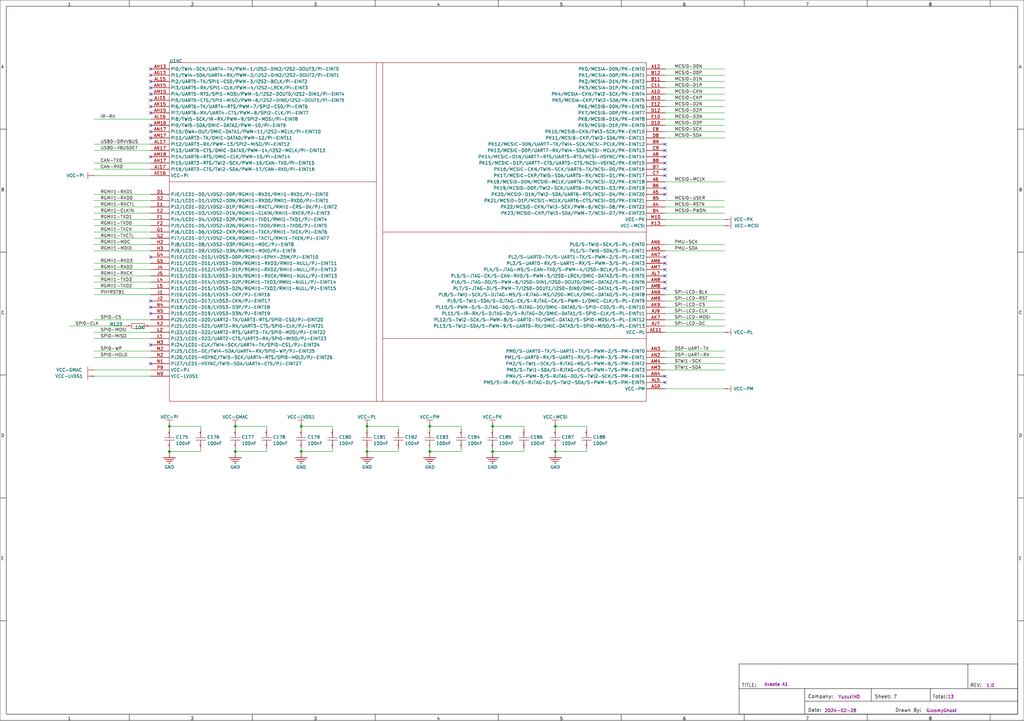
<source format=kicad_sch>
(kicad_sch (version 20231120) (generator "eeschema") (generator_version "8.0")
  (paper "User" 414.528 292.151)
  (lib_symbols
    (symbol "5-Voltage_1" (power) (pin_numbers hide) (pin_names hide)
      (symbol "5-Voltage_1_1_0"
        (pin power_in line (at 0 0 90) (length 1.27) (name "VCC-MCSI") (number "1"))
      )
    )
    (symbol "5-Voltage_10" (power) (pin_numbers hide) (pin_names hide)
      (symbol "5-Voltage_10_1_0"
        (pin power_in line (at 0 0 90) (length 1.27) (name "VCC-GMAC") (number "1"))
      )
    )
    (symbol "5-Voltage_11" (power) (pin_numbers hide) (pin_names hide)
      (symbol "5-Voltage_11_1_0"
        (pin power_in line (at 0 0 90) (length 1.27) (name "VCC-LVDS1") (number "1"))
      )
    )
    (symbol "5-Voltage_12" (power) (pin_numbers hide) (pin_names hide)
      (symbol "5-Voltage_12_1_0"
        (pin power_in line (at 0 0 90) (length 1.27) (name "VCC-PL") (number "1"))
      )
    )
    (symbol "5-Voltage_2" (power) (pin_numbers hide) (pin_names hide)
      (symbol "5-Voltage_2_1_0"
        (pin power_in line (at 0 0 90) (length 1.27) (name "VCC-PK") (number "1"))
      )
    )
    (symbol "5-Voltage_3" (power) (pin_numbers hide) (pin_names hide)
      (symbol "5-Voltage_3_1_0"
        (pin power_in line (at 0 0 90) (length 1.27) (name "VCC-PK") (number "1"))
      )
    )
    (symbol "5-Voltage_4" (power) (pin_numbers hide) (pin_names hide)
      (symbol "5-Voltage_4_1_0"
        (pin power_in line (at 0 0 90) (length 1.27) (name "VCC-MCSI") (number "1"))
      )
    )
    (symbol "5-Voltage_5" (power) (pin_numbers hide) (pin_names hide)
      (symbol "5-Voltage_5_1_0"
        (pin power_in line (at 0 0 90) (length 1.27) (name "VCC-PI") (number "1"))
      )
    )
    (symbol "5-Voltage_6" (power) (pin_numbers hide) (pin_names hide)
      (symbol "5-Voltage_6_1_0"
        (pin power_in line (at 0 0 90) (length 1.27) (name "VCC-PL") (number "1"))
      )
    )
    (symbol "5-Voltage_7" (power) (pin_numbers hide) (pin_names hide)
      (symbol "5-Voltage_7_1_0"
        (pin power_in line (at 0 0 90) (length 1.27) (name "VCC-GMAC") (number "1"))
      )
    )
    (symbol "5-Voltage_8" (power) (pin_numbers hide) (pin_names hide)
      (symbol "5-Voltage_8_1_0"
        (pin power_in line (at 0 0 90) (length 1.27) (name "VCC-LVDS1") (number "1"))
      )
    )
    (symbol "5-Voltage_9" (power) (pin_numbers hide) (pin_names hide)
      (symbol "5-Voltage_9_1_0"
        (pin power_in line (at 0 0 90) (length 1.27) (name "VCC-PI") (number "1"))
      )
    )
    (symbol "AvaotaA1-easyedapro:5-Voltage" (power) (pin_numbers hide) (pin_names hide)
      (symbol "5-Voltage_1_0"
        (pin power_in line (at 0 0 90) (length 1.27) (name "VCC-PM") (number "1"))
      )
    )
    (symbol "AvaotaA1-easyedapro:GRM033R61A104KE15D"
      (property "Reference" "C" (at 0 0 0))
      (symbol "GRM033R61A104KE15D_1_0"
        (pin input line (at -3.81 0 0) (length 2.54) (name "1") (number "1"))
        (pin input line (at 3.81 0 180) (length 2.54) (name "2") (number "2"))
      )
    )
    (symbol "AvaotaA1-easyedapro:Ground-GND" (power) (pin_numbers hide) (pin_names hide)
      (symbol "Ground-GND_1_0"
        (pin power_in line (at 0 0 270) (length 2.54) (name "GND") (number "1"))
      )
    )
    (symbol "AvaotaA1-easyedapro:Sheet_A3_Whycan"
      (symbol "Sheet_A3_Whycan_1_0"
        (text "1" (at 27.432 -291.7952 0) (effects (font (size 1.2192 1.2192)) (justify left bottom)))
        (text "1" (at 27.432 -2.4892 0) (effects (font (size 1.2192 1.2192)) (justify left bottom)))
        (text "2" (at 77.216 -291.7952 0) (effects (font (size 1.2192 1.2192)) (justify left bottom)))
        (text "2" (at 77.216 -2.4892 0) (effects (font (size 1.2192 1.2192)) (justify left bottom)))
        (text "3" (at 127 -291.7952 0) (effects (font (size 1.2192 1.2192)) (justify left bottom)))
        (text "3" (at 127 -2.4892 0) (effects (font (size 1.2192 1.2192)) (justify left bottom)))
        (text "4" (at 176.784 -291.7952 0) (effects (font (size 1.2192 1.2192)) (justify left bottom)))
        (text "4" (at 176.784 -2.4892 0) (effects (font (size 1.2192 1.2192)) (justify left bottom)))
        (text "5" (at 226.568 -291.7952 0) (effects (font (size 1.2192 1.2192)) (justify left bottom)))
        (text "5" (at 226.568 -2.4892 0) (effects (font (size 1.2192 1.2192)) (justify left bottom)))
        (text "6" (at 276.352 -291.7952 0) (effects (font (size 1.2192 1.2192)) (justify left bottom)))
        (text "6" (at 276.352 -2.4892 0) (effects (font (size 1.2192 1.2192)) (justify left bottom)))
        (text "7" (at 326.136 -291.7952 0) (effects (font (size 1.2192 1.2192)) (justify left bottom)))
        (text "7" (at 326.136 -2.4892 0) (effects (font (size 1.2192 1.2192)) (justify left bottom)))
        (text "8" (at 375.92 -291.7952 0) (effects (font (size 1.2192 1.2192)) (justify left bottom)))
        (text "8" (at 375.92 -2.4892 0) (effects (font (size 1.2192 1.2192)) (justify left bottom)))
        (text "A" (at 0.381 -27.7622 0) (effects (font (size 1.2192 1.2192)) (justify left bottom)))
        (text "A" (at 412.369 -27.7622 0) (effects (font (size 1.2192 1.2192)) (justify left bottom)))
        (text "B" (at 0.381 -77.5462 0) (effects (font (size 1.2192 1.2192)) (justify left bottom)))
        (text "B" (at 412.369 -77.5462 0) (effects (font (size 1.2192 1.2192)) (justify left bottom)))
        (text "C" (at 0.381 -127.3302 0) (effects (font (size 1.2192 1.2192)) (justify left bottom)))
        (text "C" (at 412.369 -127.3302 0) (effects (font (size 1.2192 1.2192)) (justify left bottom)))
        (text "Company:" (at 327.0504 -282.9052 0) (effects (font (size 1.397 1.397)) (justify left bottom)))
        (text "D" (at 0.381 -177.1142 0) (effects (font (size 1.2192 1.2192)) (justify left bottom)))
        (text "D" (at 412.369 -177.1142 0) (effects (font (size 1.2192 1.2192)) (justify left bottom)))
        (text "Date:" (at 327.0504 -288.417 0) (effects (font (size 1.397 1.397)) (justify left bottom)))
        (text "Drawn By:" (at 362.3564 -288.4932 0) (effects (font (size 1.397 1.397)) (justify left bottom)))
        (text "E" (at 0.381 -226.8982 0) (effects (font (size 1.2192 1.2192)) (justify left bottom)))
        (text "E" (at 412.369 -226.8982 0) (effects (font (size 1.2192 1.2192)) (justify left bottom)))
        (text "REV:" (at 392.684 -278.384 0) (effects (font (size 1.397 1.397)) (justify left bottom)))
        (text "Sheet:" (at 354.076 -282.956 0) (effects (font (size 1.397 1.397)) (justify left bottom)))
        (text "TITLE:" (at 300.228 -278.384 0) (effects (font (size 1.397 1.397)) (justify left bottom)))
        (text "Total:" (at 377.444 -282.956 0) (effects (font (size 1.397 1.397)) (justify left bottom)))
      )
    )
    (symbol "AvaotaA1-easyedapro:T527"
      (symbol "T527_1_0"
        (text "-" (at 12.7 -54.61 0) (effects (font (size 1.143 1.143)) (justify left bottom)))
        (text "-" (at 22.86 -54.61 0) (effects (font (size 1.143 1.143)) (justify left bottom)))
        (text "-" (at 33.02 -87.63 0) (effects (font (size 1.143 1.143)) (justify left bottom)))
        (text "-" (at 43.18 -29.21 0) (effects (font (size 1.143 1.143)) (justify left bottom)))
        (text "-" (at 43.18 -11.43 0) (effects (font (size 1.143 1.143)) (justify left bottom)))
        (text "-" (at 55.88 -29.21 0) (effects (font (size 1.143 1.143)) (justify left bottom)))
        (text "-" (at 55.88 -11.43 0) (effects (font (size 1.143 1.143)) (justify left bottom)))
        (text "0.60V" (at 45.72 -114.046 0) (effects (font (size 1.143 1.143)) (justify left bottom)))
        (text "1.10V" (at 33.02 -114.046 0) (effects (font (size 1.143 1.143)) (justify left bottom)))
        (text "1.10V" (at 33.02 -111.506 0) (effects (font (size 1.143 1.143)) (justify left bottom)))
        (text "1.10V" (at 45.72 -111.506 0) (effects (font (size 1.143 1.143)) (justify left bottom)))
        (text "1.20V" (at 33.02 -108.966 0) (effects (font (size 1.143 1.143)) (justify left bottom)))
        (text "1.20V" (at 33.02 -106.426 0) (effects (font (size 1.143 1.143)) (justify left bottom)))
        (text "1.20V" (at 45.72 -108.966 0) (effects (font (size 1.143 1.143)) (justify left bottom)))
        (text "1.20V" (at 45.72 -106.426 0) (effects (font (size 1.143 1.143)) (justify left bottom)))
        (text "1.35V" (at 33.02 -101.346 0) (effects (font (size 1.143 1.143)) (justify left bottom)))
        (text "1.35V" (at 45.72 -101.346 0) (effects (font (size 1.143 1.143)) (justify left bottom)))
        (text "1.50V" (at 33.02 -103.886 0) (effects (font (size 1.143 1.143)) (justify left bottom)))
        (text "1.50V" (at 45.72 -103.886 0) (effects (font (size 1.143 1.143)) (justify left bottom)))
        (text "DDR3" (at 20.32 -103.886 0) (effects (font (size 1.143 1.143)) (justify left bottom)))
        (text "DDR3" (at 22.86 -6.35 0) (effects (font (size 1.143 1.143)) (justify left bottom)))
        (text "DDR3L" (at 20.32 -101.346 0) (effects (font (size 1.143 1.143)) (justify left bottom)))
        (text "DDR4" (at 12.7 -6.35 0) (effects (font (size 1.143 1.143)) (justify left bottom)))
        (text "DDR4" (at 20.32 -106.426 0) (effects (font (size 1.143 1.143)) (justify left bottom)))
        (text "GND" (at 33.02 -57.15 0) (effects (font (size 1.143 1.143)) (justify left bottom)))
        (text "GND" (at 33.02 -52.07 0) (effects (font (size 1.143 1.143)) (justify left bottom)))
        (text "GND" (at 33.02 -46.99 0) (effects (font (size 1.143 1.143)) (justify left bottom)))
        (text "GND" (at 33.02 -44.45 0) (effects (font (size 1.143 1.143)) (justify left bottom)))
        (text "GND" (at 33.02 -39.37 0) (effects (font (size 1.143 1.143)) (justify left bottom)))
        (text "GND" (at 33.02 -31.75 0) (effects (font (size 1.143 1.143)) (justify left bottom)))
        (text "GND" (at 33.02 -21.59 0) (effects (font (size 1.143 1.143)) (justify left bottom)))
        (text "GND" (at 33.02 -19.05 0) (effects (font (size 1.143 1.143)) (justify left bottom)))
        (text "GND" (at 33.02 -13.97 0) (effects (font (size 1.143 1.143)) (justify left bottom)))
        (text "LPDDR3" (at 20.32 -108.966 0) (effects (font (size 1.143 1.143)) (justify left bottom)))
        (text "LPDDR3" (at 33.02 -6.35 0) (effects (font (size 1.143 1.143)) (justify left bottom)))
        (text "LPDDR4" (at 20.32 -111.506 0) (effects (font (size 1.143 1.143)) (justify left bottom)))
        (text "LPDDR4/x\n2Rank" (at 43.18 -2.54 0) (effects (font (size 1.143 1.143)) (justify left top)))
        (text "LPDDR4/x\n4Rank" (at 55.88 -2.54 0) (effects (font (size 1.143 1.143)) (justify left top)))
        (text "LPDDR4X" (at 20.32 -114.046 0) (effects (font (size 1.143 1.143)) (justify left bottom)))
        (text "SA0" (at 12.7 -41.91 0) (effects (font (size 1.143 1.143)) (justify left bottom)))
        (text "SA0" (at 22.86 -11.43 0) (effects (font (size 1.143 1.143)) (justify left bottom)))
        (text "SA0" (at 33.02 -26.67 0) (effects (font (size 1.143 1.143)) (justify left bottom)))
        (text "SA1" (at 12.7 -34.29 0) (effects (font (size 1.143 1.143)) (justify left bottom)))
        (text "SA1" (at 22.86 -29.21 0) (effects (font (size 1.143 1.143)) (justify left bottom)))
        (text "SA1" (at 33.02 -49.53 0) (effects (font (size 1.143 1.143)) (justify left bottom)))
        (text "SA10" (at 12.7 -44.45 0) (effects (font (size 1.143 1.143)) (justify left bottom)))
        (text "SA10" (at 22.86 -49.53 0) (effects (font (size 1.143 1.143)) (justify left bottom)))
        (text "SA11" (at 12.7 -16.51 0) (effects (font (size 1.143 1.143)) (justify left bottom)))
        (text "SA11" (at 22.86 -39.37 0) (effects (font (size 1.143 1.143)) (justify left bottom)))
        (text "SA12" (at 12.7 -29.21 0) (effects (font (size 1.143 1.143)) (justify left bottom)))
        (text "SA12" (at 22.86 -64.77 0) (effects (font (size 1.143 1.143)) (justify left bottom)))
        (text "SA13" (at 12.7 -13.97 0) (effects (font (size 1.143 1.143)) (justify left bottom)))
        (text "SA13" (at 22.86 -44.45 0) (effects (font (size 1.143 1.143)) (justify left bottom)))
        (text "SA14" (at 22.86 -59.69 0) (effects (font (size 1.143 1.143)) (justify left bottom)))
        (text "SA15" (at 22.86 -46.99 0) (effects (font (size 1.143 1.143)) (justify left bottom)))
        (text "SA2" (at 12.7 -11.43 0) (effects (font (size 1.143 1.143)) (justify left bottom)))
        (text "SA2" (at 22.86 -16.51 0) (effects (font (size 1.143 1.143)) (justify left bottom)))
        (text "SA2" (at 33.02 -54.61 0) (effects (font (size 1.143 1.143)) (justify left bottom)))
        (text "SA3" (at 12.7 -19.05 0) (effects (font (size 1.143 1.143)) (justify left bottom)))
        (text "SA3" (at 22.86 -31.75 0) (effects (font (size 1.143 1.143)) (justify left bottom)))
        (text "SA3" (at 33.02 -24.13 0) (effects (font (size 1.143 1.143)) (justify left bottom)))
        (text "SA4" (at 12.7 -21.59 0) (effects (font (size 1.143 1.143)) (justify left bottom)))
        (text "SA4" (at 22.86 -36.83 0) (effects (font (size 1.143 1.143)) (justify left bottom)))
        (text "SA4" (at 33.02 -34.29 0) (effects (font (size 1.143 1.143)) (justify left bottom)))
        (text "SA5" (at 12.7 -59.69 0) (effects (font (size 1.143 1.143)) (justify left bottom)))
        (text "SA5" (at 22.86 -13.97 0) (effects (font (size 1.143 1.143)) (justify left bottom)))
        (text "SA5" (at 33.02 -41.91 0) (effects (font (size 1.143 1.143)) (justify left bottom)))
        (text "SA6" (at 12.7 -62.23 0) (effects (font (size 1.143 1.143)) (justify left bottom)))
        (text "SA6" (at 22.86 -26.67 0) (effects (font (size 1.143 1.143)) (justify left bottom)))
        (text "SA6" (at 33.02 -11.43 0) (effects (font (size 1.143 1.143)) (justify left bottom)))
        (text "SA7" (at 12.7 -39.37 0) (effects (font (size 1.143 1.143)) (justify left bottom)))
        (text "SA7" (at 22.86 -62.23 0) (effects (font (size 1.143 1.143)) (justify left bottom)))
        (text "SA7" (at 33.02 -29.21 0) (effects (font (size 1.143 1.143)) (justify left bottom)))
        (text "SA8" (at 12.7 -31.75 0) (effects (font (size 1.143 1.143)) (justify left bottom)))
        (text "SA8" (at 22.86 -57.15 0) (effects (font (size 1.143 1.143)) (justify left bottom)))
        (text "SA8" (at 33.02 -16.51 0) (effects (font (size 1.143 1.143)) (justify left bottom)))
        (text "SA9" (at 12.7 -36.83 0) (effects (font (size 1.143 1.143)) (justify left bottom)))
        (text "SA9" (at 22.86 -34.29 0) (effects (font (size 1.143 1.143)) (justify left bottom)))
        (text "SA9" (at 33.02 -36.83 0) (effects (font (size 1.143 1.143)) (justify left bottom)))
        (text "SAA0" (at 43.18 -16.51 0) (effects (font (size 1.143 1.143)) (justify left bottom)))
        (text "SAA0" (at 55.88 -16.51 0) (effects (font (size 1.143 1.143)) (justify left bottom)))
        (text "SAA1" (at 43.18 -39.37 0) (effects (font (size 1.143 1.143)) (justify left bottom)))
        (text "SAA1" (at 55.88 -39.37 0) (effects (font (size 1.143 1.143)) (justify left bottom)))
        (text "SAA2" (at 43.18 -13.97 0) (effects (font (size 1.143 1.143)) (justify left bottom)))
        (text "SAA2" (at 55.88 -13.97 0) (effects (font (size 1.143 1.143)) (justify left bottom)))
        (text "SAA3" (at 43.18 -36.83 0) (effects (font (size 1.143 1.143)) (justify left bottom)))
        (text "SAA3" (at 55.88 -36.83 0) (effects (font (size 1.143 1.143)) (justify left bottom)))
        (text "SAA4" (at 43.18 -54.61 0) (effects (font (size 1.143 1.143)) (justify left bottom)))
        (text "SAA4" (at 55.88 -54.61 0) (effects (font (size 1.143 1.143)) (justify left bottom)))
        (text "SAA5" (at 43.18 -34.29 0) (effects (font (size 1.143 1.143)) (justify left bottom)))
        (text "SAA5" (at 55.88 -34.29 0) (effects (font (size 1.143 1.143)) (justify left bottom)))
        (text "SAB0" (at 43.18 -59.69 0) (effects (font (size 1.143 1.143)) (justify left bottom)))
        (text "SAB0" (at 55.88 -59.69 0) (effects (font (size 1.143 1.143)) (justify left bottom)))
        (text "SAB1" (at 43.18 -21.59 0) (effects (font (size 1.143 1.143)) (justify left bottom)))
        (text "SAB1" (at 55.88 -21.59 0) (effects (font (size 1.143 1.143)) (justify left bottom)))
        (text "SAB2" (at 43.18 -31.75 0) (effects (font (size 1.143 1.143)) (justify left bottom)))
        (text "SAB2" (at 55.88 -31.75 0) (effects (font (size 1.143 1.143)) (justify left bottom)))
        (text "SAB3" (at 43.18 -57.15 0) (effects (font (size 1.143 1.143)) (justify left bottom)))
        (text "SAB3" (at 55.88 -57.15 0) (effects (font (size 1.143 1.143)) (justify left bottom)))
        (text "SAB4" (at 43.18 -52.07 0) (effects (font (size 1.143 1.143)) (justify left bottom)))
        (text "SAB4" (at 55.88 -52.07 0) (effects (font (size 1.143 1.143)) (justify left bottom)))
        (text "SAB5" (at 43.18 -67.31 0) (effects (font (size 1.143 1.143)) (justify left bottom)))
        (text "SAB5" (at 55.88 -67.31 0) (effects (font (size 1.143 1.143)) (justify left bottom)))
        (text "SACT" (at 12.7 -67.31 0) (effects (font (size 1.143 1.143)) (justify left bottom)))
        (text "SBA0" (at 12.7 -57.15 0) (effects (font (size 1.143 1.143)) (justify left bottom)))
        (text "SBA0" (at 22.86 -21.59 0) (effects (font (size 1.143 1.143)) (justify left bottom)))
        (text "SBA1" (at 12.7 -24.13 0) (effects (font (size 1.143 1.143)) (justify left bottom)))
        (text "SBA1" (at 22.86 -19.05 0) (effects (font (size 1.143 1.143)) (justify left bottom)))
        (text "SBA2" (at 22.86 -24.13 0) (effects (font (size 1.143 1.143)) (justify left bottom)))
        (text "SBG0" (at 12.7 -26.67 0) (effects (font (size 1.143 1.143)) (justify left bottom)))
        (text "SBG1" (at 12.7 -64.77 0) (effects (font (size 1.143 1.143)) (justify left bottom)))
        (text "SCAS" (at 12.7 -46.99 0) (effects (font (size 1.143 1.143)) (justify left bottom)))
        (text "SCAS" (at 22.86 -41.91 0) (effects (font (size 1.143 1.143)) (justify left bottom)))
        (text "SCKE0" (at 12.7 -85.09 0) (effects (font (size 1.143 1.143)) (justify left bottom)))
        (text "SCKE0" (at 22.86 -85.09 0) (effects (font (size 1.143 1.143)) (justify left bottom)))
        (text "SCKE0" (at 33.02 -85.09 0) (effects (font (size 1.143 1.143)) (justify left bottom)))
        (text "SCKE0" (at 55.88 -85.09 0) (effects (font (size 1.143 1.143)) (justify left bottom)))
        (text "SCKE0_A" (at 43.18 -85.09 0) (effects (font (size 1.143 1.143)) (justify left bottom)))
        (text "SCKE0_B" (at 43.18 -26.67 0) (effects (font (size 1.143 1.143)) (justify left bottom)))
        (text "SCKE1" (at 55.88 -41.91 0) (effects (font (size 1.143 1.143)) (justify left bottom)))
        (text "SCKE1_A" (at 43.18 -41.91 0) (effects (font (size 1.143 1.143)) (justify left bottom)))
        (text "SCKE1_B" (at 43.18 -64.77 0) (effects (font (size 1.143 1.143)) (justify left bottom)))
        (text "SCKE2" (at 55.88 -26.67 0) (effects (font (size 1.143 1.143)) (justify left bottom)))
        (text "SCKE3" (at 55.88 -64.77 0) (effects (font (size 1.143 1.143)) (justify left bottom)))
        (text "SCKN" (at 12.7 -82.55 0) (effects (font (size 1.143 1.143)) (justify left bottom)))
        (text "SCKN" (at 22.86 -82.55 0) (effects (font (size 1.143 1.143)) (justify left bottom)))
        (text "SCKN" (at 33.02 -82.55 0) (effects (font (size 1.143 1.143)) (justify left bottom)))
        (text "SCKN_A" (at 43.18 -82.55 0) (effects (font (size 1.143 1.143)) (justify left bottom)))
        (text "SCKN_A" (at 55.88 -82.55 0) (effects (font (size 1.143 1.143)) (justify left bottom)))
        (text "SCKN_B" (at 43.18 -49.53 0) (effects (font (size 1.143 1.143)) (justify left bottom)))
        (text "SCKN_B" (at 55.88 -49.53 0) (effects (font (size 1.143 1.143)) (justify left bottom)))
        (text "SCKP" (at 12.7 -80.01 0) (effects (font (size 1.143 1.143)) (justify left bottom)))
        (text "SCKP" (at 22.86 -80.01 0) (effects (font (size 1.143 1.143)) (justify left bottom)))
        (text "SCKP" (at 33.02 -80.01 0) (effects (font (size 1.143 1.143)) (justify left bottom)))
        (text "SCKP_A" (at 43.18 -80.01 0) (effects (font (size 1.143 1.143)) (justify left bottom)))
        (text "SCKP_A" (at 55.88 -80.01 0) (effects (font (size 1.143 1.143)) (justify left bottom)))
        (text "SCKP_B" (at 43.18 -46.99 0) (effects (font (size 1.143 1.143)) (justify left bottom)))
        (text "SCKP_B" (at 55.88 -46.99 0) (effects (font (size 1.143 1.143)) (justify left bottom)))
        (text "SCS0" (at 12.7 -69.85 0) (effects (font (size 1.143 1.143)) (justify left bottom)))
        (text "SCS0" (at 22.86 -69.85 0) (effects (font (size 1.143 1.143)) (justify left bottom)))
        (text "SCS0" (at 33.02 -69.85 0) (effects (font (size 1.143 1.143)) (justify left bottom)))
        (text "SCS0_A" (at 43.18 -69.85 0) (effects (font (size 1.143 1.143)) (justify left bottom)))
        (text "SCS0_A" (at 55.88 -69.85 0) (effects (font (size 1.143 1.143)) (justify left bottom)))
        (text "SCS0_B" (at 43.18 -44.45 0) (effects (font (size 1.143 1.143)) (justify left bottom)))
        (text "SCS0_B" (at 55.88 -44.45 0) (effects (font (size 1.143 1.143)) (justify left bottom)))
        (text "SCS1" (at 12.7 -74.93 0) (effects (font (size 1.143 1.143)) (justify left bottom)))
        (text "SCS1" (at 22.86 -74.93 0) (effects (font (size 1.143 1.143)) (justify left bottom)))
        (text "SCS1" (at 33.02 -74.93 0) (effects (font (size 1.143 1.143)) (justify left bottom)))
        (text "SCS1_A" (at 43.18 -74.93 0) (effects (font (size 1.143 1.143)) (justify left bottom)))
        (text "SCS1_A" (at 55.88 -74.93 0) (effects (font (size 1.143 1.143)) (justify left bottom)))
        (text "SCS1_B" (at 43.18 -24.13 0) (effects (font (size 1.143 1.143)) (justify left bottom)))
        (text "SCS1_B" (at 55.88 -24.13 0) (effects (font (size 1.143 1.143)) (justify left bottom)))
        (text "SCS2" (at 33.02 -64.77 0) (effects (font (size 1.143 1.143)) (justify left bottom)))
        (text "SCS3" (at 33.02 -67.31 0) (effects (font (size 1.143 1.143)) (justify left bottom)))
        (text "SODT0" (at 12.7 -72.39 0) (effects (font (size 1.143 1.143)) (justify left bottom)))
        (text "SODT0" (at 22.86 -72.39 0) (effects (font (size 1.143 1.143)) (justify left bottom)))
        (text "SODT0" (at 33.02 -72.39 0) (effects (font (size 1.143 1.143)) (justify left bottom)))
        (text "SODT0_A" (at 43.18 -72.39 0) (effects (font (size 1.143 1.143)) (justify left bottom)))
        (text "SODT0_A" (at 55.88 -72.39 0) (effects (font (size 1.143 1.143)) (justify left bottom)))
        (text "SODT0_B" (at 43.18 -62.23 0) (effects (font (size 1.143 1.143)) (justify left bottom)))
        (text "SODT0_B" (at 55.88 -62.23 0) (effects (font (size 1.143 1.143)) (justify left bottom)))
        (text "SODT1" (at 12.7 -77.47 0) (effects (font (size 1.143 1.143)) (justify left bottom)))
        (text "SODT1" (at 22.86 -77.47 0) (effects (font (size 1.143 1.143)) (justify left bottom)))
        (text "SODT1" (at 33.02 -77.47 0) (effects (font (size 1.143 1.143)) (justify left bottom)))
        (text "SODT1_A" (at 43.18 -77.47 0) (effects (font (size 1.143 1.143)) (justify left bottom)))
        (text "SODT1_A" (at 55.88 -77.47 0) (effects (font (size 1.143 1.143)) (justify left bottom)))
        (text "SODT1_B" (at 43.18 -19.05 0) (effects (font (size 1.143 1.143)) (justify left bottom)))
        (text "SODT1_B" (at 55.88 -19.05 0) (effects (font (size 1.143 1.143)) (justify left bottom)))
        (text "SODT2" (at 33.02 -59.69 0) (effects (font (size 1.143 1.143)) (justify left bottom)))
        (text "SODT3" (at 33.02 -62.23 0) (effects (font (size 1.143 1.143)) (justify left bottom)))
        (text "SRAS" (at 12.7 -52.07 0) (effects (font (size 1.143 1.143)) (justify left bottom)))
        (text "SRAS" (at 22.86 -67.31 0) (effects (font (size 1.143 1.143)) (justify left bottom)))
        (text "SRST" (at 12.7 -87.63 0) (effects (font (size 1.143 1.143)) (justify left bottom)))
        (text "SRST" (at 22.86 -87.63 0) (effects (font (size 1.143 1.143)) (justify left bottom)))
        (text "SRST" (at 43.18 -87.63 0) (effects (font (size 1.143 1.143)) (justify left bottom)))
        (text "SRST" (at 55.88 -87.63 0) (effects (font (size 1.143 1.143)) (justify left bottom)))
        (text "SWE" (at 12.7 -49.53 0) (effects (font (size 1.143 1.143)) (justify left bottom)))
        (text "SWE" (at 22.86 -52.07 0) (effects (font (size 1.143 1.143)) (justify left bottom)))
        (text "VCC-DRAM" (at 33.02 -96.266 0) (effects (font (size 1.143 1.143)) (justify left bottom)))
        (text "VCC-DRAML" (at 45.72 -96.266 0) (effects (font (size 1.143 1.143)) (justify left bottom)))
        (pin input line (at 86.36 -104.14 180) (length 7.62) (name "VCC-DRAM4") (number "AA24"))
        (pin input line (at 86.36 -48.26 180) (length 7.62) (name "SDQ15") (number "AA27"))
        (pin input line (at 86.36 -45.72 180) (length 7.62) (name "SDQ14") (number "AA28"))
        (pin input line (at 86.36 -91.44 180) (length 7.62) (name "SZQ") (number "AA29"))
        (pin input line (at 86.36 -43.18 180) (length 7.62) (name "SDQ13") (number "AA31"))
        (pin input line (at 86.36 -40.64 180) (length 7.62) (name "SDQ12") (number "AA33"))
        (pin input line (at 86.36 -106.68 180) (length 7.62) (name "VCC-DRAM5") (number "AB24"))
        (pin input line (at -7.62 -93.98 0) (length 7.62) (name "SDQS1P") (number "AB32"))
        (pin input line (at -7.62 -96.52 0) (length 7.62) (name "SDQS1N") (number "AB33"))
        (pin input line (at 86.36 -111.76 180) (length 7.62) (name "VCC-DRAML0") (number "AC17"))
        (pin input line (at 86.36 -114.3 180) (length 7.62) (name "VCC-DRAML1") (number "AC18"))
        (pin input line (at 86.36 -116.84 180) (length 7.62) (name "VCC-DRAML2") (number "AC19"))
        (pin input line (at 86.36 -119.38 180) (length 7.62) (name "VCC-DRAML3") (number "AC20"))
        (pin input line (at 86.36 -121.92 180) (length 7.62) (name "VCC-DRAML4") (number "AC22"))
        (pin input line (at 86.36 -109.22 180) (length 7.62) (name "VCC-DRAM6") (number "AC24"))
        (pin input line (at 86.36 -30.48 180) (length 7.62) (name "SDQ8") (number "AC27"))
        (pin input line (at 86.36 -33.02 180) (length 7.62) (name "SDQ9") (number "AC28"))
        (pin input line (at 86.36 -35.56 180) (length 7.62) (name "SDQ10") (number "AC30"))
        (pin input line (at 86.36 -38.1 180) (length 7.62) (name "SDQ11") (number "AC31"))
        (pin input line (at -7.62 -111.76 0) (length 7.62) (name "SDQM1") (number "AC32"))
        (pin input line (at 86.36 -124.46 180) (length 7.62) (name "VDD18-DRAM") (number "AD25"))
        (pin input line (at 86.36 -22.86 180) (length 7.62) (name "SDQ5") (number "AD32"))
        (pin input line (at 86.36 -27.94 180) (length 7.62) (name "SDQ7") (number "AD33"))
        (pin input line (at 86.36 -12.7 180) (length 7.62) (name "SDQ1") (number "AE27"))
        (pin input line (at 86.36 -10.16 180) (length 7.62) (name "SDQ0") (number "AE28"))
        (pin input line (at 86.36 -20.32 180) (length 7.62) (name "SDQ4") (number "AE30"))
        (pin input line (at 86.36 -25.4 180) (length 7.62) (name "SDQ6") (number "AE31"))
        (pin input line (at -7.62 -109.22 0) (length 7.62) (name "SDQM0") (number "AE33"))
        (pin input line (at -7.62 -88.9 0) (length 7.62) (name "SDQS0P") (number "AF32"))
        (pin input line (at -7.62 -91.44 0) (length 7.62) (name "SDQS0N") (number "AF33"))
        (pin input line (at 86.36 -71.12 180) (length 7.62) (name "SDQ24") (number "AG19"))
        (pin input line (at 86.36 -68.58 180) (length 7.62) (name "SDQ23") (number "AG21"))
        (pin input line (at -7.62 -86.36 0) (length 7.62) (name "SRST") (number "AG23"))
        (pin input line (at -7.62 -35.56 0) (length 7.62) (name "SA10") (number "AG29"))
        (pin input line (at -7.62 -12.7 0) (length 7.62) (name "SA1") (number "AG30"))
        (pin input line (at 86.36 -15.24 180) (length 7.62) (name "SDQ2") (number "AG32"))
        (pin input line (at 86.36 -73.66 180) (length 7.62) (name "SDQ25") (number "AH19"))
        (pin input line (at 86.36 -88.9 180) (length 7.62) (name "SDQ31") (number "AH21"))
        (pin input line (at 86.36 -55.88 180) (length 7.62) (name "SDQ18") (number "AH23"))
        (pin input line (at -7.62 -20.32 0) (length 7.62) (name "SA4") (number "AH25"))
        (pin input line (at 86.36 -17.78 180) (length 7.62) (name "SDQ3") (number "AH33"))
        (pin input line (at -7.62 -58.42 0) (length 7.62) (name "SBA1") (number "AJ25"))
        (pin input line (at -7.62 -50.8 0) (length 7.62) (name "SA16") (number "AJ27"))
        (pin input line (at -7.62 -53.34 0) (length 7.62) (name "SA17") (number "AJ30"))
        (pin input line (at -7.62 -33.02 0) (length 7.62) (name "SA9") (number "AJ31"))
        (pin input line (at -7.62 -38.1 0) (length 7.62) (name "SA11") (number "AJ32"))
        (pin input line (at -7.62 -15.24 0) (length 7.62) (name "SA2") (number "AJ33"))
        (pin input line (at 86.36 -76.2 180) (length 7.62) (name "SDQ26") (number "AK19"))
        (pin input line (at 86.36 -86.36 180) (length 7.62) (name "SDQ30") (number "AK21"))
        (pin input line (at 86.36 -58.42 180) (length 7.62) (name "SDQ19") (number "AK23"))
        (pin input line (at -7.62 -55.88 0) (length 7.62) (name "SBA0") (number "AK25"))
        (pin input line (at -7.62 -22.86 0) (length 7.62) (name "SA5") (number "AK27"))
        (pin input line (at -7.62 -43.18 0) (length 7.62) (name "SA13") (number "AK29"))
        (pin input line (at -7.62 -10.16 0) (length 7.62) (name "SA0") (number "AK33"))
        (pin input line (at 86.36 -78.74 180) (length 7.62) (name "SDQ27") (number "AL19"))
        (pin input line (at 86.36 -83.82 180) (length 7.62) (name "SDQ29") (number "AL21"))
        (pin input line (at 86.36 -60.96 180) (length 7.62) (name "SDQ20") (number "AL23"))
        (pin input line (at -7.62 -30.48 0) (length 7.62) (name "SA8") (number "AL25"))
        (pin input line (at -7.62 -17.78 0) (length 7.62) (name "SA3") (number "AL27"))
        (pin input line (at -7.62 -66.04 0) (length 7.62) (name "SACT") (number "AL29"))
        (pin input line (at -7.62 -40.64 0) (length 7.62) (name "SA12") (number "AL31"))
        (pin input line (at -7.62 -71.12 0) (length 7.62) (name "SODT0") (number "AL32"))
        (pin input line (at -7.62 -76.2 0) (length 7.62) (name "SODT1") (number "AL33"))
        (pin input line (at -7.62 -104.14 0) (length 7.62) (name "SDQS3P") (number "AM19"))
        (pin input line (at 86.36 -81.28 180) (length 7.62) (name "SDQ28") (number "AM21"))
        (pin input line (at 86.36 -63.5 180) (length 7.62) (name "SDQ21") (number "AM22"))
        (pin input line (at -7.62 -99.06 0) (length 7.62) (name "SDQS2P") (number "AM23"))
        (pin input line (at -7.62 -114.3 0) (length 7.62) (name "SDQM2") (number "AM24"))
        (pin input line (at 86.36 -50.8 180) (length 7.62) (name "SDQ16") (number "AM25"))
        (pin input line (at -7.62 -63.5 0) (length 7.62) (name "SBG1") (number "AM27"))
        (pin input line (at -7.62 -45.72 0) (length 7.62) (name "SA14") (number "AM28"))
        (pin input line (at -7.62 -78.74 0) (length 7.62) (name "SCKP") (number "AM30"))
        (pin input line (at -7.62 -83.82 0) (length 7.62) (name "SCKE0") (number "AM31"))
        (pin input line (at -7.62 -73.66 0) (length 7.62) (name "SCS1") (number "AM32"))
        (pin input line (at -7.62 -27.94 0) (length 7.62) (name "SA7") (number "AM33"))
        (pin input line (at -7.62 -106.68 0) (length 7.62) (name "SDQS3N") (number "AN19"))
        (pin input line (at -7.62 -116.84 0) (length 7.62) (name "SDQM3") (number "AN20"))
        (pin input line (at 86.36 -66.04 180) (length 7.62) (name "SDQ22") (number "AN21"))
        (pin input line (at -7.62 -101.6 0) (length 7.62) (name "SDQS2N") (number "AN23"))
        (pin input line (at 86.36 -53.34 180) (length 7.62) (name "SDQ17") (number "AN25"))
        (pin input line (at -7.62 -60.96 0) (length 7.62) (name "SBG0") (number "AN26"))
        (pin input line (at -7.62 -25.4 0) (length 7.62) (name "SA6") (number "AN27"))
        (pin input line (at -7.62 -48.26 0) (length 7.62) (name "SA15") (number "AN29"))
        (pin input line (at -7.62 -81.28 0) (length 7.62) (name "SCKN") (number "AN30"))
        (pin input line (at -7.62 -68.58 0) (length 7.62) (name "SCS0") (number "AN32"))
        (pin input line (at 86.36 -93.98 180) (length 7.62) (name "VCC-DRAM0") (number "W23"))
        (pin input line (at 86.36 -96.52 180) (length 7.62) (name "VCC-DRAM1") (number "W24"))
        (pin input line (at 86.36 -99.06 180) (length 7.62) (name "VCC-DRAM2") (number "W25"))
        (pin input line (at 86.36 -101.6 180) (length 7.62) (name "VCC-DRAM3") (number "Y24"))
      )
      (symbol "T527_2_0"
        (pin input line (at 236.22 -167.64 180) (length 7.62) (name "PH18/IR-TX/I2S3-DOUT2/I2S3-DIN2/RGMII0-TXD2/RMII0-NULL/PH-EINT18") (number "A14"))
        (pin input line (at 236.22 -149.86 180) (length 7.62) (name "PH11/DMIC-DATA2/SPI2-MISO/I2S2-DOUT0/I2S2-DIN1/PCIE0-PERSTN/PH-EINT11") (number "A16"))
        (pin input line (at 236.22 -63.5 180) (length 7.62) (name "PF5/SDC0-D2/JTAG-CK/TRACE-CLK/I2S3-BCLK/PF-EINT5") (number "A18"))
        (pin input line (at 236.22 -20.32 180) (length 7.62) (name "PE7/I2S2-LRCK/LCD1-TRIG/NCSI-D9/PE-EINT7") (number "A2"))
        (pin input line (at 236.22 -53.34 180) (length 7.62) (name "PF1/SDC0-D0/JTAG-DI/TRACE-DATA1/I2S3-DOUT0/I2S3-DIN1/PF-EINT1") (number "A20"))
        (pin input line (at 236.22 -17.78 180) (length 7.62) (name "PE6/I2S2-BCLK/LCD0-TRIG/NCSI-D8/PE-EINT6") (number "A3"))
        (pin input line (at 236.22 -25.4 180) (length 7.62) (name "PE9/I2S2-DIN0/NCSI-D11/PE-EINT9") (number "B1"))
        (pin input line (at 236.22 -165.1 180) (length 7.62) (name "PH17/I2S3-DOUT1/I2S3-DIN0/RGMII0-TXD3/RMII0-NULL/PH-EINT17") (number "B13"))
        (pin input line (at 236.22 -162.56 180) (length 7.62) (name "PH16/I2S3-DOUT0/I2S3-DIN1/RGMII0-RXCK/RMII0-NULL/CLK-FANOUT0/PH-EINT16") (number "B14"))
        (pin input line (at 236.22 -154.94 180) (length 7.62) (name "PH13/TWI3-SDA/I2S3-MCLK/RGMII0-EPHY-25M/PH-EINT13") (number "B15"))
        (pin input line (at 236.22 -147.32 180) (length 7.62) (name "PH10/DMIC-DATA1/SPI2-MOSI/I2S2-LRCK/RGMII0-MDIO/PH-EINT10") (number "B16"))
        (pin input line (at 236.22 -132.08 180) (length 7.62) (name "PH4/UART3-TX/SPI1-CS0/CPU-CUR-W/RGMII0-TXD1/RMII0-TXD1/PH-EINT4") (number "B17"))
        (pin input line (at 236.22 -60.96 180) (length 7.62) (name "PF4/SDC0-D3/UART0-RX/I2S3-DIN3/I2S3-DOUT3/PF-EINT4") (number "B18"))
        (pin input line (at 236.22 -58.42 180) (length 7.62) (name "PF3/SDC0-CMD/JTAG-DO/TRACE-DATA0/I2S3-LRCK/PF-EINT3") (number "B19"))
        (pin input line (at 236.22 -22.86 180) (length 7.62) (name "PE8/I2S2-DOUT0/LCD2-TRIG/NCSI-D10/PE-EINT8") (number "B2"))
        (pin input line (at 236.22 -50.8 180) (length 7.62) (name "PF0/SDC0-D1/JTAG-MS/TRACE-DATA2/I2S3-DIN0/I2S3-DOUT1/PF-EINT0") (number "B20"))
        (pin input line (at 236.22 -15.24 180) (length 7.62) (name "PE5/MCSI1-MCLK/PLL-LOCK-DBG/I2S2-MCLK/LEDC/PE-EINT5") (number "B3"))
        (pin input line (at 236.22 -33.02 180) (length 7.62) (name "PE12/TWI1-SDA/UART5-CTS/SPI2-CLK/UART6-RX/NCSI-D14/PE-EINT12") (number "C1"))
        (pin input line (at 236.22 -170.18 180) (length 7.62) (name "PH19/IR-RX/I2S3-DOUT3/I2S3-DIN3/LEDC/PCIE0-CLKREQN/PH-EINT19") (number "C13"))
        (pin input line (at 236.22 -152.4 180) (length 7.62) (name "PH12/DMIC-DATA3/TWI3-SCK/I2S2-DIN0/I2S2-DOUT1/PCIE0-WAKEN/PH-EINT12") (number "C15"))
        (pin input line (at 236.22 -144.78 180) (length 7.62) (name "PH9/DMIC-DATA0/SPI2-CLK/I2S2-BCLK/RGMII0-MDC/PH-EINT9") (number "C16"))
        (pin input line (at 236.22 -129.54 180) (length 7.62) (name "PH3/TWI1-SDA/IR-TX/I2S2-DIN2/RGMII0-CLKIN/RMII0-RXER/I2S2-DOUT2/PH-EINT3") (number "C17"))
        (pin input line (at 236.22 -55.88 180) (length 7.62) (name "PF2/SDC0-CLK/UART0-TX/I2S3-DIN2/I2S3-DOUT2/PF-EINT2") (number "C19"))
        (pin input line (at 236.22 -27.94 180) (length 7.62) (name "PE10/MCSI3-MCLK/PWM-3/NCSI-D12/PE-EINT10") (number "C2"))
        (pin input line (at 236.22 -12.7 180) (length 7.62) (name "PE4/TWI3-SDA/UART4-CTS/PE-EINT4") (number "C3"))
        (pin input line (at 236.22 -5.08 180) (length 7.62) (name "PE1/TWI2-SCK/UART4-TX/PE-EINT1") (number "C4"))
        (pin input line (at 236.22 -160.02 180) (length 7.62) (name "PH15/I2S3-LRCK/RGMII0-RXD2/RMII0-NULL/PH-EINT15") (number "D14"))
        (pin input line (at 236.22 -142.24 180) (length 7.62) (name "PH8/DMIC-CLK/SPI2-CS0/I2S2-MCLK/I2S2-DIN2/PH-EINT8") (number "D16"))
        (pin input line (at 236.22 -127 180) (length 7.62) (name "PH2/TWI1-SCK/CPU-CUR-W/I2S2-DIN3/RGMII0-RXCTL/RMII0-CRS-DV/I2S2-DOUT3/PH-EINT2") (number "D18"))
        (pin input line (at 236.22 -66.04 180) (length 7.62) (name "PF6/I2S3-MCLK/PF-EINT6") (number "D20"))
        (pin input line (at -7.62 -96.52 0) (length 7.62) (name "PD0/LCD0-D2/LVDS0-D0P/DSI0-D0P/PWM-0/PD-EINT0") (number "D32"))
        (pin input line (at -7.62 -99.06 0) (length 7.62) (name "PD1/LCD0-D3/LVDS0-D0N/DSI0-D0N/PWM-1/PD-EINT1") (number "D33"))
        (pin input line (at 236.22 -157.48 180) (length 7.62) (name "PH14/I2S3-BCLK/RGMII0-RXD3/RMII0-NULL/PH-EINT14") (number "E14"))
        (pin input line (at 236.22 -134.62 180) (length 7.62) (name "PH5/UART3-RX/SPI1-CLK/LEDC/RGMII0-TXD0/RMII0-TXD0/PH-EINT5") (number "E16"))
        (pin input line (at 236.22 -124.46 180) (length 7.62) (name "PH1/TWI0-SDA/RGMII0-RXD0/RMII0-RXD0/PH-EINT1") (number "E18"))
        (pin input line (at -7.62 -101.6 0) (length 7.62) (name "PD2/LCD0-D4/LVDS0-D1P/DSI0-D1P/PWM-2/PD-EINT2") (number "E30"))
        (pin input line (at -7.62 -104.14 0) (length 7.62) (name "PD3/LCD0-D5/LVDS0-D1N/DSI0-D1N/PWM-3/PD-EINT3") (number "E31"))
        (pin input line (at -7.62 -106.68 0) (length 7.62) (name "PD4/LCD0-D6/LVDS0-D2P/DSI0-CKP/PWM-4/PD-EINT4") (number "E32"))
        (pin input line (at -7.62 -109.22 0) (length 7.62) (name "PD5/LCD0-D7/LVDS0-D2N/DSI0-CKN/PWM-5/PD-EINT5") (number "E33"))
        (pin input line (at 236.22 -10.16 180) (length 7.62) (name "PE3/TWI3-SCK/UART4-RTS/PE-EINT3") (number "E4"))
        (pin input line (at 236.22 -7.62 180) (length 7.62) (name "PE2/TWI2-SDA/UART4-RX/PE-EINT2") (number "E5"))
        (pin input line (at 236.22 -2.54 180) (length 7.62) (name "PE0/MCSI0-MCLK/PE-EINT0") (number "E6"))
        (pin input line (at 236.22 -139.7 180) (length 7.62) (name "PH7/UART3-CTS/SPI1-MISO/OWA-OUT/RGMII0-TXCTL/RMII0-TXEN/PH-EINT7") (number "F14"))
        (pin input line (at 236.22 -121.92 180) (length 7.62) (name "PH0/TWI0-SCK/RGMII0-RXD1/RMII0-RXD1/PH-EINT0") (number "F18"))
        (pin input line (at -7.62 -111.76 0) (length 7.62) (name "PD6/LCD0-D10/LVDS0-CKP/DSI0-D2P/PWM-6/PD-EINT6") (number "F32"))
        (pin input line (at -7.62 -114.3 0) (length 7.62) (name "PD7/LCD0-D11/LVDS0-CKN/DSI0-D2N/PWM-7/PD-EINT7") (number "F33"))
        (pin input line (at 236.22 -137.16 180) (length 7.62) (name "PH6/UART3-RTS/SPI1-MOSI/OWA-IN/RGMII0-TXCK/RMII0-TXCK/PH-EINT6") (number "G12"))
        (pin input line (at -7.62 -116.84 0) (length 7.62) (name "PD8/LCD0-D12/LVDS0-D3P/DSI0-D3P/PWM-8/PD-EINT8") (number "G30"))
        (pin input line (at -7.62 -119.38 0) (length 7.62) (name "PD9/LCD0-D13/LVDS0-D3N/DSI0-D3N/PWM-9/PD-EINT9") (number "G31"))
        (pin input line (at -7.62 -121.92 0) (length 7.62) (name "PD10/LCD0-D14/LVDS1-D0P/DSI1-D0P/PWM-10/SPI1-CS0/DBI-CSX/PD-EINT10") (number "G32"))
        (pin input line (at -7.62 -124.46 0) (length 7.62) (name "PD11/LCD0-D15/LVDS1-D0N/DSI1-D0N/PWM-11/SPI1-CLK/DBI-SCLK/PD-EINT11") (number "G33"))
        (pin input line (at 236.22 -35.56 180) (length 7.62) (name "PE13/TWI4-SCK/UART5-TX/SPI2-MOSI/UART6-RTS/CSI0-XVS-FSYNC/PE-EINT13") (number "G6"))
        (pin input line (at -7.62 -127 0) (length 7.62) (name "PD12/LCD0-D18/LVDS1-D1P/DSI1-D1P/PWM-12/SPI1-MOSI/DBI-SDO/PD-EINT12") (number "H31"))
        (pin input line (at -7.62 -129.54 0) (length 7.62) (name "PD13/LCD0-D19/LVDS1-D1N/DSI1-D1N/PWM-13/SPI1-MISO/DBI-SDI/DBI-TE/DBI-DCX/PD-EINT13") (number "H32"))
        (pin input line (at -7.62 -132.08 0) (length 7.62) (name "PD14/LCD0-D20/LVDS1-D2P/DSI1-CKP/PWM-14/UART3-TX/PD-EINT14") (number "J29"))
        (pin input line (at -7.62 -134.62 0) (length 7.62) (name "PD15/LCD0-D21/LVDS1-D2N/DSI1-CKN/PWM-15/UART3-RX/PD-EINT15") (number "J30"))
        (pin input line (at -7.62 -137.16 0) (length 7.62) (name "PD16/LCD0-D22/LVDS1-CKP/DSI1-D2P/PWM-16/UART3-RTS/PD-EINT16") (number "J32"))
        (pin input line (at -7.62 -139.7 0) (length 7.62) (name "PD17/LCD0-D23/LVDS1-CKN/DSI1-D2N/PWM-17/UART3-CTS/PD-EINT17") (number "J33"))
        (pin input line (at 236.22 -30.48 180) (length 7.62) (name "PE11/TWI1-SCK/UART5-RTS/SPI2-CS0/UART6-TX/NCSI-D13/PE-EINT11") (number "J7"))
        (pin input line (at -7.62 -142.24 0) (length 7.62) (name "PD18/LCD0-CLK/LVDS1-D3P/DSI1-D3P/PWM-18/UART4-TX/PD-EINT18") (number "K31"))
        (pin input line (at -7.62 -144.78 0) (length 7.62) (name "PD19/LCD0-DE/LVDS1-D3N/DSI1-D3N/PWM-19/UART4-RX/PD-EINT19") (number "K32"))
        (pin input line (at 236.22 -172.72 180) (length 7.62) (name "VCC-IO") (number "L15"))
        (pin input line (at -7.62 -157.48 0) (length 7.62) (name "VCC-PD") (number "L26"))
        (pin input line (at -7.62 -147.32 0) (length 7.62) (name "PD20/LCD0-HSYNC/PWM-2/UART2-TX/UART7-RTS/UART4-RTS/PD-EINT20") (number "L28"))
        (pin input line (at -7.62 -149.86 0) (length 7.62) (name "PD21/LCD0-VSYNC/PWM-3/UART2-RX/UART7-CTS/UART4-CTS/PD-EINT21") (number "L29"))
        (pin input line (at -7.62 -152.4 0) (length 7.62) (name "PD22/PWM-1/SPI1-HOLD/DBI-DCX/DBI-WRX/UART2-RTS/UART7-TX/TWI0-SCK/PD-EINT22") (number "L31"))
        (pin input line (at -7.62 -154.94 0) (length 7.62) (name "PD23/PWM-0/SPI1-WP/DBI-TE/UART2-CTS/UART7-RX/TWI0-SDA/PD-EINT23") (number "L32"))
        (pin input line (at 236.22 -38.1 180) (length 7.62) (name "PE14/TWI4-SDA/UART5-RX/SPI2-MISO/UART6-CTS/CSI1-XVS-FSYNC/PE-EINT14") (number "L7"))
        (pin input line (at 236.22 -43.18 180) (length 7.62) (name "VCC-PE") (number "L9"))
        (pin input line (at -7.62 -7.62 0) (length 7.62) (name "PB2/UART2-RTS/SPI2-MOSI/JTAG-DO/LCD0-D8/CAN-TX0/PB-EINT2") (number "M31"))
        (pin input line (at -7.62 -10.16 0) (length 7.62) (name "PB3/UART2-CTS/SPI2-MISO/JTAG-DI/LCD0-D9/CAN-RX0/PB-EINT3") (number "M32"))
        (pin input line (at -7.62 -160.02 0) (length 7.62) (name "VCC-LVDS0") (number "N24"))
        (pin input line (at -7.62 -2.54 0) (length 7.62) (name "PB0/UART2-TX/SPI2-CS0/JTAG-MS/LCD0-D0/PWM-6/PB-EINT0") (number "N28"))
        (pin input line (at -7.62 -5.08 0) (length 7.62) (name "PB1/UART2-RX/SPI2-CLK/JTAG-CK/LCD0-D1/PWM-7/PB-EINT1") (number "N29"))
        (pin input line (at -7.62 -12.7 0) (length 7.62) (name "PB4/TWI1-SCK/I2S0-MCLK/TRACE-DATA2/PWM-8/HDMI-SCL/PB-EINT4") (number "N31"))
        (pin input line (at -7.62 -15.24 0) (length 7.62) (name "PB5/TWI1-SDA/I2S0-BCLK/TRACE-CLK/PWM-9/HDMI-SDA/PB-EINT5") (number "N32"))
        (pin input line (at -7.62 -17.78 0) (length 7.62) (name "PB6/I2S0-LRCK/TRACE-DATA0/PWM-10/HDMI-CEC/PB-EINT6") (number "N33"))
        (pin input line (at 236.22 -40.64 180) (length 7.62) (name "PE15/MCSI2-MCLK/PWM-2/NCSI-D15/PE-EINT15") (number "N7"))
        (pin input line (at 236.22 -83.82 180) (length 7.62) (name "PG3/SDC1-D1/PCIE0-WAKEN/PG-EINT3") (number "P2"))
        (pin input line (at 236.22 -81.28 180) (length 7.62) (name "PG2/SDC1-D0/PCIE0-PERSTN/PG-EINT2") (number "P3"))
        (pin input line (at -7.62 -20.32 0) (length 7.62) (name "PB7/OWA-IN/I2S0-DOUT0/I2S0-DIN1/LCD0-D16/PWM-11/PB-EINT7") (number "P31"))
        (pin input line (at -7.62 -22.86 0) (length 7.62) (name "PB8/OWA-OUT/I2S0-DIN0/I2S0-DOUT1/LCD0-D17/PWM-0/PB-EINT8") (number "P32"))
        (pin input line (at 236.22 -76.2 180) (length 7.62) (name "PG0/SDC1-CLK/PG-EINT0") (number "R1"))
        (pin input line (at 236.22 -78.74 180) (length 7.62) (name "PG1/SDC1-CMD/PG-EINT1") (number "R2"))
        (pin input line (at -7.62 -25.4 0) (length 7.62) (name "PB9/UART0-TX/TWI0-SCK/TRACE-DATA1/I2S0-DIN2/I2S0-DOUT2/PB-EINT9") (number "R28"))
        (pin input line (at -7.62 -27.94 0) (length 7.62) (name "PB10/UART0-RX/TWI0-SDA/PWM-1/I2S0-DIN3/I2S0-DOUT3/PB-EINT10") (number "R29"))
        (pin input line (at -7.62 -30.48 0) (length 7.62) (name "PB11/TWI5-SCK/UART7-RTS/SPI1-CS0/PWM-2/PB-EINT11") (number "R30"))
        (pin input line (at -7.62 -33.02 0) (length 7.62) (name "PB12/TWI5-SDA/UART7-CTS/SPI1-CLK/PWM-3/PB-EINT12") (number "R31"))
        (pin input line (at -7.62 -35.56 0) (length 7.62) (name "PB13/TWI4-SCK/UART7-TX/SPI1-MOSI/PWM-4/PB-EINT13") (number "R32"))
        (pin input line (at -7.62 -38.1 0) (length 7.62) (name "PB14/TWI4-SDA/UART7-RX/SPI1-MISO/PWM-5/PB-EINT14") (number "R33"))
        (pin input line (at 236.22 -96.52 180) (length 7.62) (name "PG8/UART1-RTS/PG-EINT8") (number "R4"))
        (pin input line (at 236.22 -93.98 180) (length 7.62) (name "PG7/UART1-RX/PG-EINT7") (number "R5"))
        (pin input line (at 236.22 -91.44 180) (length 7.62) (name "PG6/UART1-TX/PG-EINT6") (number "R6"))
        (pin input line (at 236.22 -88.9 180) (length 7.62) (name "PG5/SDC1-D3/PG-EINT5") (number "T2"))
        (pin input line (at 236.22 -86.36 180) (length 7.62) (name "PG4/SDC1-D2/PCIE0-CLKREQN/PG-EINT4") (number "T3"))
        (pin input line (at -7.62 -86.36 0) (length 7.62) (name "PC16/NAND-DQ0/SDC2-D7/SPI0-HOLD/SPIF-HOLD/PC-EINT16") (number "T31"))
        (pin input line (at -7.62 -83.82 0) (length 7.62) (name "PC15/NAND-DQ1/SDC2-D2/SPI0-WP/SPIF-WP/PC-EINT15") (number "T32"))
        (pin input line (at 236.22 -114.3 180) (length 7.62) (name "VCC-PG") (number "T9"))
        (pin input line (at 236.22 -111.76 180) (length 7.62) (name "PG14/I2S1-DIN0/I2S1-DOUT1/PG-EINT14") (number "U1"))
        (pin input line (at 236.22 -109.22 180) (length 7.62) (name "PG13/I2S1-DOUT0/I2S1-DIN1/PG-EINT13") (number "U2"))
        (pin input line (at -7.62 -88.9 0) (length 7.62) (name "VCC-PC") (number "U26"))
        (pin input line (at -7.62 -55.88 0) (length 7.62) (name "PC4/NAND-CE0/SPI0-MISO/SPIF-MISO/PC-EINT4") (number "U28"))
        (pin input line (at -7.62 -53.34 0) (length 7.62) (name "PC3/NAND-CE1/SPI0-CS0/SPIF-CS0/PC-EINT3") (number "U29"))
        (pin input line (at 236.22 -106.68 180) (length 7.62) (name "PG12/I2S1-LRCK/PG-EINT12") (number "U3"))
        (pin input line (at -7.62 -50.8 0) (length 7.62) (name "PC2/NAND-CLE/SPI0-MOSI/SPIF-MOSI/PC-EINT2") (number "U30"))
        (pin input line (at -7.62 -81.28 0) (length 7.62) (name "PC14/NAND-DQ2/SDC2-D6/PC-EINT14") (number "U31"))
        (pin input line (at -7.62 -78.74 0) (length 7.62) (name "PC13/NAND-DQ3/SDC2-D1/PC-EINT13") (number "U32"))
        (pin input line (at -7.62 -76.2 0) (length 7.62) (name "PC12/NAND-DQS/SPI0-CLK/SPIF-CLK/PC-EINT12") (number "U33"))
        (pin input line (at 236.22 -104.14 180) (length 7.62) (name "PG11/I2S1-BCLK/PG-EINT11") (number "U4"))
        (pin input line (at 236.22 -101.6 180) (length 7.62) (name "PG10/I2S1-MCLK/PG-EINT10") (number "U5"))
        (pin input line (at 236.22 -99.06 180) (length 7.62) (name "PG9/UART1-CTS/PG-EINT9") (number "U6"))
        (pin input line (at -7.62 -73.66 0) (length 7.62) (name "PC11/NAND-DQ4/SDC2-D5/SPIF-D4/PC-EINT11") (number "V31"))
        (pin input line (at -7.62 -71.12 0) (length 7.62) (name "PC10/NAND-DQ5/SDC2-D0/SPIF-D5/PC-EINT10") (number "V32"))
        (pin input line (at -7.62 -45.72 0) (length 7.62) (name "PC0/NAND-WE/SDC2-DS/PC-EINT0") (number "W28"))
        (pin input line (at -7.62 -63.5 0) (length 7.62) (name "PC7/NAND-RB1/SPI0-CS1/SPIF-DQS/PC-EINT7") (number "W29"))
        (pin input line (at -7.62 -68.58 0) (length 7.62) (name "PC9/NAND-DQ6/SDC2-D4/SPIF-D6/PC-EINT9") (number "W31"))
        (pin input line (at -7.62 -66.04 0) (length 7.62) (name "PC8/NAND-DQ7/SDC2-D3/SPIF-D7/PC-EINT8") (number "W32"))
        (pin input line (at -7.62 -60.96 0) (length 7.62) (name "PC6/NAND-RB0/SDC2-CMD/PC-EINT6") (number "W33"))
        (pin input line (at -7.62 -48.26 0) (length 7.62) (name "PC1/NAND-ALE/SDC2-RST/PC-EINT1") (number "Y31"))
        (pin input line (at -7.62 -58.42 0) (length 7.62) (name "PC5/NAND-RE/SDC2-CLK/PC-EINT5") (number "Y32"))
      )
      (symbol "T527_3_0"
        (pin input line (at 200.66 -12.7 180) (length 7.62) (name "PK4/MCSIA-CKN/TWI2-SCK/PK-EINT4") (number "A10"))
        (pin input line (at 200.66 -2.54 180) (length 7.62) (name "PK0/MCSIA-D0N/PK-EINT0") (number "A12"))
        (pin input line (at 200.66 -58.42 180) (length 7.62) (name "PK22/MCSID-CKN/TWI3-SCK/PWM-6/NCSI-D6/PK-EINT22") (number "A4"))
        (pin input line (at 200.66 -53.34 180) (length 7.62) (name "PK20/MCSID-D1N/TWI2-SDA/UART6-RTS/NCSI-D4/PK-EINT20") (number "A5"))
        (pin input line (at 200.66 -48.26 180) (length 7.62) (name "PK18/MCSID-D0N/MCSI0-MCLK/UART6-TX/NCSI-D2/PK-EINT18") (number "A6"))
        (pin input line (at 200.66 -38.1 180) (length 7.62) (name "PK14/MCSIC-D1N/UART7-RTS/UART5-RTS/NCSI-HSYNC/PK-EINT14") (number "A8"))
        (pin input line (at 200.66 -109.22 180) (length 7.62) (name "VCC-PL") (number "AE11"))
        (pin input line (at -7.62 -45.72 0) (length 7.62) (name "VCC-PI") (number "AE16"))
        (pin input line (at -7.62 -5.08 0) (length 7.62) (name "PI1/TWI4-SDA/UART4-RX/PWM-2/I2S2-DIN2/I2S2-DOUT2/PI-EINT1") (number "AG13"))
        (pin input line (at 200.66 -132.08 180) (length 7.62) (name "VCC-PM") (number "AG9"))
        (pin input line (at -7.62 -2.54 0) (length 7.62) (name "PI0/TWI4-SCK/UART4-TX/PWM-1/I2S2-DIN3/I2S2-DOUT3/PI-EINT0") (number "AH13"))
        (pin input line (at -7.62 -20.32 0) (length 7.62) (name "PI7/UART6-RX/UART4-CTS/PWM-8/SPI2-CLK/PI-EINT7") (number "AH15"))
        (pin input line (at -7.62 -40.64 0) (length 7.62) (name "PI15/UART3-RTS/TWI2-SCK/PWM-16/CAN-TX0/PI-EINT15") (number "AH17"))
        (pin input line (at -7.62 -15.24 0) (length 7.62) (name "PI5/UART5-CTS/SPI1-MISO/PWM-6/I2S2-DIN0/I2S2-DOUT1/PI-EINT5") (number "AJ15"))
        (pin input line (at -7.62 -43.18 0) (length 7.62) (name "PI16/UART3-CTS/TWI2-SDA/PWM-17/CAN-RX0/PI-EINT16") (number "AJ17"))
        (pin input line (at 200.66 -106.68 180) (length 7.62) (name "PL13/S-TWI2-SDA/S-PWM-9/S-UART0-RX/DMIC-DATA3/S-SPI0-MISO/S-PL-EINT13") (number "AJ7"))
        (pin input line (at 200.66 -101.6 180) (length 7.62) (name "PL11/S-IR-RX/S-DJTAG-DI/S-RJTAG-DI/DMIC-DATA1/S-SPI0-CLK/S-PL-EINT11") (number "AJ9"))
        (pin input line (at -7.62 -17.78 0) (length 7.62) (name "PI6/UART6-TX/UART4-RTS/PWM-7/SPI2-CS0/PI-EINT6") (number "AK15"))
        (pin input line (at -7.62 -35.56 0) (length 7.62) (name "PI13/UART6-CTS/DMIC-DATA3/PWM-14/I2S2-MCLK/PI-EINT13") (number "AK17"))
        (pin input line (at 200.66 -104.14 180) (length 7.62) (name "PL12/S-TWI2-SCK/S-PWM-8/S-UART0-TX/DMIC-DATA2/S-SPI0-MOSI/S-PL-EINT12") (number "AK7"))
        (pin input line (at 200.66 -99.06 180) (length 7.62) (name "PL10/S-PWM-0/S-DJTAG-DO/S-RJTAG-DO/DMIC-DATA0/S-SPI0-CS0/S-PL-EINT10") (number "AK9"))
        (pin input line (at -7.62 -7.62 0) (length 7.62) (name "PI2/UART5-TX/SPI1-CS0/PWM-3/I2S2-BCLK/PI-EINT2") (number "AL15"))
        (pin input line (at -7.62 -22.86 0) (length 7.62) (name "PI8/TWI5-SCK/IR-RX/PWM-9/SPI2-MOSI/PI-EINT8") (number "AL16"))
        (pin input line (at -7.62 -33.02 0) (length 7.62) (name "PI12/UART3-RX/PWM-13/SPI2-MISO/PI-EINT12") (number "AL17"))
        (pin input line (at 200.66 -129.54 180) (length 7.62) (name "PM5/S-IR-RX/S-RJTAG-DI/S-TWI2-SDA/S-PWM-9/S-PM-EINT5") (number "AL5"))
        (pin input line (at 200.66 -86.36 180) (length 7.62) (name "PL5/S-JTAG-CK/S-CAN-RX0/S-PWM-5/I2S0-LRCK/DMIC-DATA3/S-PL-EINT5") (number "AL7"))
        (pin input line (at -7.62 -12.7 0) (length 7.62) (name "PI4/UART5-RTS/SPI1-MOSI/PWM-5/I2S2-DOUT0/I2S2-DIN1/PI-EINT4") (number "AM15"))
        (pin input line (at -7.62 -25.4 0) (length 7.62) (name "PI9/TWI5-SDA/DMIC-DATA2/PWM-10/PI-EINT9") (number "AM16"))
        (pin input line (at -7.62 -30.48 0) (length 7.62) (name "PI11/UART3-TX/DMIC-DATA0/PWM-12/PI-EINT11") (number "AM17"))
        (pin input line (at -7.62 -38.1 0) (length 7.62) (name "PI14/UART6-RTS/DMIC-CLK/PWM-15/PI-EINT14") (number "AM18"))
        (pin input line (at 200.66 -124.46 180) (length 7.62) (name "PM3/S-TWI1-SDA/S-RJTAG-CK/S-PWM-7/S-PM-EINT3") (number "AM3"))
        (pin input line (at 200.66 -121.92 180) (length 7.62) (name "PM2/S-TWI1-SCK/S-RJTAG-MS/S-PWM-6/S-PM-EINT2") (number "AM4"))
        (pin input line (at 200.66 -81.28 180) (length 7.62) (name "PL3/S-UART0-RX/S-UART1-RX/S-PWM-3/S-PL-EINT3") (number "AM6"))
        (pin input line (at 200.66 -83.82 180) (length 7.62) (name "PL4/S-JTAG-MS/S-CAN-TX0/S-PWM-4/I2S0-BCLK/S-PL-EINT4") (number "AM7"))
        (pin input line (at 200.66 -91.44 180) (length 7.62) (name "PL7/S-JTAG-DI/S-PWM-7/I2S0-DOUT1/I2S0-DIN0/DMIC-DATA1/S-PL-EINT7") (number "AM8"))
        (pin input line (at 200.66 -96.52 180) (length 7.62) (name "PL9/S-TWI1-SDA/S-DJTAG-CK/S-RJTAG-CK/S-PWM-1/DMIC-CLK/S-PL-EINT9") (number "AM9"))
        (pin input line (at -7.62 -10.16 0) (length 7.62) (name "PI3/UART5-RX/SPI1-CLK/PWM-4/I2S2-LRCK/PI-EINT3") (number "AN15"))
        (pin input line (at -7.62 -27.94 0) (length 7.62) (name "PI10/OWA-OUT/DMIC-DATA1/PWM-11/I2S2-MCLK/PI-EINT10") (number "AN17"))
        (pin input line (at 200.66 -119.38 180) (length 7.62) (name "PM1/S-UART0-RX/S-UART1-RX/S-PWM-3/S-PM-EINT1") (number "AN2"))
        (pin input line (at 200.66 -116.84 180) (length 7.62) (name "PM0/S-UART0-TX/S-UART1-TX/S-PWM-2/S-PM-EINT0") (number "AN3"))
        (pin input line (at 200.66 -127 180) (length 7.62) (name "PM4/S-PWM-8/S-RJTAG-DO/S-TWI2-SCK/S-PM-EINT4") (number "AN4"))
        (pin input line (at 200.66 -76.2 180) (length 7.62) (name "PL1/S-TWI0-SDA/S-PL-EINT1") (number "AN5"))
        (pin input line (at 200.66 -73.66 180) (length 7.62) (name "PL0/S-TWI0-SCK/S-PL-EINT0") (number "AN6"))
        (pin input line (at 200.66 -78.74 180) (length 7.62) (name "PL2/S-UART0-TX/S-UART1-TX/S-PWM-2/S-PL-EINT2") (number "AN7"))
        (pin input line (at 200.66 -88.9 180) (length 7.62) (name "PL6/S-JTAG-DO/S-PWM-6/I2S0-DIN1/I2S0-DOUT0/DMIC-DATA2/S-PL-EINT6") (number "AN8"))
        (pin input line (at 200.66 -93.98 180) (length 7.62) (name "PL8/S-TWI1-SCK/S-DJTAG-MS/S-RJTAG-MS/I2S0-MCLK/DMIC-DATA0/S-PL-EINT8") (number "AN9"))
        (pin input line (at 200.66 -15.24 180) (length 7.62) (name "PK5/MCSIA-CKP/TWI2-SDA/PK-EINT5") (number "B10"))
        (pin input line (at 200.66 -7.62 180) (length 7.62) (name "PK2/MCSIA-D1N/PK-EINT2") (number "B11"))
        (pin input line (at 200.66 -5.08 180) (length 7.62) (name "PK1/MCSIA-D0P/PK-EINT1") (number "B12"))
        (pin input line (at 200.66 -60.96 180) (length 7.62) (name "PK23/MCSID-CKP/TWI3-SDA/PWM-7/NCSI-D7/PK-EINT23") (number "B4"))
        (pin input line (at 200.66 -55.88 180) (length 7.62) (name "PK21/MCSID-D1P/MCSI1-MCLK/UART6-CTS/NCSI-D5/PK-EINT21") (number "B5"))
        (pin input line (at 200.66 -50.8 180) (length 7.62) (name "PK19/MCSID-D0P/TWI2-SCK/UART6-RX/NCSI-D3/PK-EINT19") (number "B6"))
        (pin input line (at 200.66 -43.18 180) (length 7.62) (name "PK16/MCSIC-CKN/TWI5-SCK/UART5-TX/NCSI-D0/PK-EINT16") (number "B7"))
        (pin input line (at 200.66 -40.64 180) (length 7.62) (name "PK15/MCSIC-D1P/UART7-CTS/UART5-CTS/NCSI-VSYNC/PK-EINT15") (number "B8"))
        (pin input line (at 200.66 -33.02 180) (length 7.62) (name "PK12/MCSIC-D0N/UART7-TX/TWI4-SCK/NCSI-PCLK/PK-EINT12") (number "B9"))
        (pin input line (at 200.66 -10.16 180) (length 7.62) (name "PK3/MCSIA-D1P/PK-EINT3") (number "C11"))
        (pin input line (at 200.66 -45.72 180) (length 7.62) (name "PK17/MCSIC-CKP/TWI5-SDA/UART5-RX/NCSI-D1/PK-EINT17") (number "C7"))
        (pin input line (at 200.66 -35.56 180) (length 7.62) (name "PK13/MCSIC-D0P/UART7-RX/TWI4-SDA/NCSI-MCLK/PK-EINT13") (number "C9"))
        (pin input line (at -7.62 -53.34 0) (length 7.62) (name "PJ0/LCD1-D0/LVDS2-D0P/RGMII1-RXD1/RMII1-RXD1/PJ-EINT0") (number "D1"))
        (pin input line (at 200.66 -25.4 180) (length 7.62) (name "PK9/MCSIB-D1P/PK-EINT9") (number "D10"))
        (pin input line (at 200.66 -20.32 180) (length 7.62) (name "PK7/MCSIB-D0P/PK-EINT7") (number "D12"))
        (pin input line (at -7.62 -55.88 0) (length 7.62) (name "PJ1/LCD1-D1/LVDS2-D0N/RGMII1-RXD0/RMII1-RXD0/PJ-EINT1") (number "D2"))
        (pin input line (at 200.66 -30.48 180) (length 7.62) (name "PK11/MCSIB-CKP/TWI3-SDA/PK-EINT11") (number "D8"))
        (pin input line (at -7.62 -58.42 0) (length 7.62) (name "PJ2/LCD1-D2/LVDS2-D1P/RGMII1-RXCTL/RMII1-CRS-DV/PJ-EINT2") (number "E1"))
        (pin input line (at 200.66 -22.86 180) (length 7.62) (name "PK8/MCSIB-D1N/PK-EINT8") (number "E10"))
        (pin input line (at 200.66 -17.78 180) (length 7.62) (name "PK6/MCSIB-D0N/PK-EINT6") (number "E12"))
        (pin input line (at -7.62 -60.96 0) (length 7.62) (name "PJ3/LCD1-D3/LVDS2-D1N/RGMII1-CLKIN/RMII1-RXER/PJ-EINT3") (number "E2"))
        (pin input line (at 200.66 -27.94 180) (length 7.62) (name "PK10/MCSIB-CKN/TWI3-SCK/PK-EINT10") (number "E8"))
        (pin input line (at -7.62 -63.5 0) (length 7.62) (name "PJ4/LCD1-D4/LVDS2-D2P/RGMII1-TXD1/RMII1-TXD1/PJ-EINT4") (number "F1"))
        (pin input line (at -7.62 -66.04 0) (length 7.62) (name "PJ5/LCD1-D5/LVDS2-D2N/RGMII1-TXD0/RMII1-TXD0/PJ-EINT5") (number "F2"))
        (pin input line (at -7.62 -68.58 0) (length 7.62) (name "PJ6/LCD1-D6/LVDS2-CKP/RGMII1-TXCK/RMII1-TXCK/PJ-EINT6") (number "G1"))
        (pin input line (at -7.62 -71.12 0) (length 7.62) (name "PJ7/LCD1-D7/LVDS2-CKN/RGMII1-TXCTL/RMII1-TXEN/PJ-EINT7") (number "G2"))
        (pin input line (at -7.62 -78.74 0) (length 7.62) (name "PJ10/LCD1-D10/LVDS3-D0P/RGMII1-EPHY-25M/PJ-EINT10") (number "G4"))
        (pin input line (at -7.62 -81.28 0) (length 7.62) (name "PJ11/LCD1-D11/LVDS3-D0N/RGMII1-RXD3/RMII1-NULL/PJ-EINT11") (number "G5"))
        (pin input line (at -7.62 -73.66 0) (length 7.62) (name "PJ8/LCD1-D8/LVDS2-D3P/RGMII1-MDC/PJ-EINT8") (number "H2"))
        (pin input line (at -7.62 -76.2 0) (length 7.62) (name "PJ9/LCD1-D9/LVDS2-D3N/RGMII1-MDIO/PJ-EINT9") (number "H3"))
        (pin input line (at -7.62 -93.98 0) (length 7.62) (name "PJ16/LCD1-D16/LVDS3-CKP/PJ-EINT16") (number "J1"))
        (pin input line (at -7.62 -96.52 0) (length 7.62) (name "PJ17/LCD1-D17/LVDS3-CKN/PJ-EINT17") (number "J2"))
        (pin input line (at -7.62 -83.82 0) (length 7.62) (name "PJ12/LCD1-D12/LVDS3-D1P/RGMII1-RXD2/RMII1-NULL/PJ-EINT12") (number "J4"))
        (pin input line (at -7.62 -86.36 0) (length 7.62) (name "PJ13/LCD1-D13/LVDS3-D1N/RGMII1-RXCK/RMII1-NULL/PJ-EINT13") (number "J5"))
        (pin input line (at 200.66 -66.04 180) (length 7.62) (name "VCC-MCSI") (number "K13"))
        (pin input line (at -7.62 -106.68 0) (length 7.62) (name "PJ21/LCD1-D21/UART2-RX/UART3-CTS/SPI0-CLK/PJ-EINT21") (number "K2"))
        (pin input line (at -7.62 -104.14 0) (length 7.62) (name "PJ20/LCD1-D20/UART2-TX/UART3-RTS/SPI0-CS0/PJ-EINT20") (number "K3"))
        (pin input line (at -7.62 -111.76 0) (length 7.62) (name "PJ23/LCD1-D23/UART2-CTS/UART3-RX/SPI0-MISO/PJ-EINT23") (number "L1"))
        (pin input line (at -7.62 -109.22 0) (length 7.62) (name "PJ22/LCD1-D22/UART2-RTS/UART3-TX/SPI0-MOSI/PJ-EINT22") (number "L2"))
        (pin input line (at -7.62 -88.9 0) (length 7.62) (name "PJ14/LCD1-D14/LVDS3-D2P/RGMII1-TXD3/RMII1-NULL/PJ-EINT14") (number "L4"))
        (pin input line (at -7.62 -91.44 0) (length 7.62) (name "PJ15/LCD1-D15/LVDS3-D2N/RGMII1-TXD2/RMII1-NULL/PJ-EINT15") (number "L5"))
        (pin input line (at 200.66 -63.5 180) (length 7.62) (name "VCC-PK") (number "M10"))
        (pin input line (at -7.62 -116.84 0) (length 7.62) (name "PJ25/LCD1-DE/TWI4-SDA/UART4-RX/SPI0-WP/PJ-EINT25") (number "M2"))
        (pin input line (at -7.62 -114.3 0) (length 7.62) (name "PJ24/LCD1-CLK/TWI4-SCK/UART4-TX/SPI0-CS1/PJ-EINT24") (number "M3"))
        (pin input line (at -7.62 -121.92 0) (length 7.62) (name "PJ27/LCD1-VSYNC/TWI5-SDA/UART4-CTS/PJ-EINT27") (number "N1"))
        (pin input line (at -7.62 -119.38 0) (length 7.62) (name "PJ26/LCD1-HSYNC/TWI5-SCK/UART4-RTS/SPI0-HOLD/PJ-EINT26") (number "N2"))
        (pin input line (at -7.62 -99.06 0) (length 7.62) (name "PJ18/LCD1-D18/LVDS3-D3P/PJ-EINT18") (number "N4"))
        (pin input line (at -7.62 -101.6 0) (length 7.62) (name "PJ19/LCD1-D19/LVDS3-D3N/PJ-EINT19") (number "N5"))
        (pin input line (at -7.62 -127 0) (length 7.62) (name "VCC-LVDS1") (number "N9"))
        (pin input line (at -7.62 -124.46 0) (length 7.62) (name "VCC-PJ") (number "P9"))
      )
      (symbol "T527_4_0"
        (pin input line (at 60.96 -20.32 180) (length 7.62) (name "PCIE-TX0-DP/USB3-TXP") (number "A22"))
        (pin input line (at -7.62 -5.08 0) (length 7.62) (name "USB0-DP") (number "A24"))
        (pin input line (at 60.96 -55.88 180) (length 7.62) (name "HTX1P") (number "A26"))
        (pin input line (at 60.96 -66.04 180) (length 7.62) (name "HTXCP") (number "A28"))
        (pin input line (at -7.62 -40.64 0) (length 7.62) (name "EDP-TX0P") (number "A29"))
        (pin input line (at -7.62 -45.72 0) (length 7.62) (name "EDP-TX1P") (number "A30"))
        (pin input line (at -7.62 -50.8 0) (length 7.62) (name "EDP-TX2P") (number "A31"))
        (pin input line (at -7.62 -81.28 0) (length 7.62) (name "AVSS0") (number "A32"))
        (pin input line (at -7.62 -83.82 0) (length 7.62) (name "AVSS1") (number "A33"))
        (pin input line (at 60.96 -30.48 180) (length 7.62) (name "PCIE-REF-CLKP") (number "B21"))
        (pin input line (at 60.96 -22.86 180) (length 7.62) (name "PCIE-TX0-DN/USB3-TXN") (number "B22"))
        (pin input line (at 60.96 -25.4 180) (length 7.62) (name "PCIE-RX0-DP/USB3-RXP") (number "B23"))
        (pin input line (at -7.62 -2.54 0) (length 7.62) (name "USB0-DM") (number "B24"))
        (pin input line (at 60.96 -60.96 180) (length 7.62) (name "HTX2P") (number "B25"))
        (pin input line (at 60.96 -58.42 180) (length 7.62) (name "HTX1N") (number "B26"))
        (pin input line (at 60.96 -50.8 180) (length 7.62) (name "HTX0P") (number "B27"))
        (pin input line (at 60.96 -68.58 180) (length 7.62) (name "HTXCN") (number "B28"))
        (pin input line (at -7.62 -43.18 0) (length 7.62) (name "EDP-TX0N") (number "B29"))
        (pin input line (at -7.62 -48.26 0) (length 7.62) (name "EDP-TX1N") (number "B30"))
        (pin input line (at -7.62 -53.34 0) (length 7.62) (name "EDP-TX2N") (number "B31"))
        (pin input line (at -7.62 -55.88 0) (length 7.62) (name "EDP-TX3P") (number "B32"))
        (pin input line (at -7.62 -58.42 0) (length 7.62) (name "EDP-TX3N") (number "B33"))
        (pin input line (at 60.96 -33.02 180) (length 7.62) (name "PCIE-REF-CLKN") (number "C21"))
        (pin input line (at -7.62 -86.36 0) (length 7.62) (name "AVSS2") (number "C22"))
        (pin input line (at 60.96 -27.94 180) (length 7.62) (name "PCIE-RX0-DN/USB3-RXN") (number "C23"))
        (pin input line (at -7.62 -88.9 0) (length 7.62) (name "AVSS3") (number "C24"))
        (pin input line (at 60.96 -63.5 180) (length 7.62) (name "HTX2N") (number "C25"))
        (pin input line (at -7.62 -91.44 0) (length 7.62) (name "AVSS4") (number "C26"))
        (pin input line (at 60.96 -53.34 180) (length 7.62) (name "HTX0N") (number "C27"))
        (pin input line (at -7.62 -93.98 0) (length 7.62) (name "AVSS5") (number "C28"))
        (pin input line (at -7.62 -66.04 0) (length 7.62) (name "EDP-HPD") (number "C29"))
        (pin input line (at -7.62 -96.52 0) (length 7.62) (name "AVSS6") (number "C30"))
        (pin input line (at -7.62 -99.06 0) (length 7.62) (name "AVSS7") (number "C31"))
        (pin input line (at -7.62 -60.96 0) (length 7.62) (name "EDP-AUXP") (number "C32"))
        (pin input line (at -7.62 -63.5 0) (length 7.62) (name "EDP-AUXN") (number "C33"))
        (pin input line (at 60.96 -5.08 180) (length 7.62) (name "USB2-DP") (number "D22"))
        (pin input line (at -7.62 -17.78 0) (length 7.62) (name "USB1-DP") (number "D24"))
        (pin input line (at 60.96 -71.12 180) (length 7.62) (name "HSCL") (number "D26"))
        (pin input line (at 60.96 -78.74 180) (length 7.62) (name "HHPD") (number "D28"))
        (pin input line (at 60.96 -35.56 180) (length 7.62) (name "PCIE-REXT") (number "E20"))
        (pin input line (at 60.96 -2.54 180) (length 7.62) (name "USB2-DM") (number "E22"))
        (pin input line (at -7.62 -15.24 0) (length 7.62) (name "USB1-DM") (number "E24"))
        (pin input line (at 60.96 -73.66 180) (length 7.62) (name "HSDA") (number "E26"))
        (pin input line (at 60.96 -76.2 180) (length 7.62) (name "HCEC") (number "E28"))
        (pin input line (at -7.62 -101.6 0) (length 7.62) (name "AVSS8") (number "E29"))
        (pin input line (at 60.96 -38.1 180) (length 7.62) (name "PCIE-TEST") (number "F20"))
        (pin input line (at -7.62 -104.14 0) (length 7.62) (name "AVSS9") (number "F22"))
        (pin input line (at -7.62 -106.68 0) (length 7.62) (name "AVSS10") (number "F24"))
        (pin input line (at 60.96 -81.28 180) (length 7.62) (name "HREXT") (number "F26"))
        (pin input line (at -7.62 -68.58 0) (length 7.62) (name "EDP-REXT") (number "F28"))
        (pin input line (at 60.96 -7.62 180) (length 7.62) (name "USB2-REXT") (number "G20"))
        (pin input line (at -7.62 -7.62 0) (length 7.62) (name "USB0-REXT") (number "G22"))
        (pin input line (at -7.62 -20.32 0) (length 7.62) (name "USB1-REXT") (number "G24"))
        (pin input line (at -7.62 -109.22 0) (length 7.62) (name "AVSS11") (number "G26"))
        (pin input line (at -7.62 -111.76 0) (length 7.62) (name "AVSS12") (number "G28"))
        (pin input line (at -7.62 -114.3 0) (length 7.62) (name "AVSS13") (number "H24"))
        (pin input line (at 60.96 -40.64 180) (length 7.62) (name "VCC18-PCIE") (number "J15"))
        (pin input line (at 60.96 -43.18 180) (length 7.62) (name "VDD09-PCIE") (number "J16"))
        (pin input line (at -7.62 -116.84 0) (length 7.62) (name "AVSS14") (number "J17"))
        (pin input line (at 60.96 -12.7 180) (length 7.62) (name "VCC33-18-USB-2") (number "J18"))
        (pin input line (at -7.62 -30.48 0) (length 7.62) (name "VCC33-18-USB") (number "J19"))
        (pin input line (at -7.62 -119.38 0) (length 7.62) (name "AVSS15") (number "J21"))
        (pin input line (at -7.62 -121.92 0) (length 7.62) (name "AVSS16") (number "J22"))
        (pin input line (at -7.62 -124.46 0) (length 7.62) (name "AVSS17") (number "J23"))
        (pin input line (at 60.96 -93.98 180) (length 7.62) (name "AVSS18") (number "J26"))
        (pin input line (at 60.96 -96.52 180) (length 7.62) (name "AVSS19") (number "K15"))
        (pin input line (at 60.96 -99.06 180) (length 7.62) (name "AVSS20") (number "K16"))
        (pin input line (at -7.62 -27.94 0) (length 7.62) (name "VCC33-USB") (number "K19"))
        (pin input line (at 60.96 -101.6 180) (length 7.62) (name "AVSS21") (number "K21"))
        (pin input line (at 60.96 -104.14 180) (length 7.62) (name "AVSS22") (number "K22"))
        (pin input line (at 60.96 -106.68 180) (length 7.62) (name "AVSS23") (number "K24"))
        (pin input line (at 60.96 -109.22 180) (length 7.62) (name "AVSS24") (number "K25"))
        (pin input line (at 60.96 -111.76 180) (length 7.62) (name "AVSS25") (number "L16"))
        (pin input line (at 60.96 -10.16 180) (length 7.62) (name "VCC33-USB-2") (number "L17"))
        (pin input line (at -7.62 -33.02 0) (length 7.62) (name "VDD09-USB") (number "L18"))
        (pin input line (at 60.96 -114.3 180) (length 7.62) (name "AVSS26") (number "L19"))
        (pin input line (at 60.96 -86.36 180) (length 7.62) (name "VDD09-HDMI") (number "L21"))
        (pin input line (at -7.62 -71.12 0) (length 7.62) (name "VCC18-EDP") (number "L22"))
        (pin input line (at 60.96 -116.84 180) (length 7.62) (name "AVSS27") (number "L24"))
        (pin input line (at 60.96 -119.38 180) (length 7.62) (name "AVSS28") (number "M16"))
        (pin input line (at 60.96 -121.92 180) (length 7.62) (name "AVSS29") (number "M18"))
        (pin input line (at 60.96 -124.46 180) (length 7.62) (name "AVSS30") (number "M19"))
        (pin input line (at 60.96 -83.82 180) (length 7.62) (name "VCC18-HDMI") (number "M21"))
        (pin input line (at -7.62 -73.66 0) (length 7.62) (name "VDD09-EDP") (number "M22"))
      )
      (symbol "T527_5_0"
        (pin input line (at 40.64 -27.94 180) (length 7.62) (name "GPADC8") (number "AA1"))
        (pin input line (at 40.64 -30.48 180) (length 7.62) (name "GPADC9") (number "AA2"))
        (pin input line (at 40.64 -33.02 180) (length 7.62) (name "GPADC10") (number "AA3"))
        (pin input line (at 40.64 -35.56 180) (length 7.62) (name "GPADC11") (number "AA4"))
        (pin input line (at 40.64 -38.1 180) (length 7.62) (name "GPADC12") (number "AA5"))
        (pin input line (at 40.64 -40.64 180) (length 7.62) (name "GPADC13") (number "AA6"))
        (pin input line (at 40.64 -78.74 180) (length 7.62) (name "GND-ADC") (number "AA7"))
        (pin input line (at 40.64 -71.12 180) (length 7.62) (name "VREFP-ADC") (number "AA9"))
        (pin input line (at 40.64 -43.18 180) (length 7.62) (name "GPADC14") (number "AB2"))
        (pin input line (at 40.64 -45.72 180) (length 7.62) (name "GPADC15") (number "AB3"))
        (pin input line (at -7.62 -38.1 0) (length 7.62) (name "AVCC") (number "AB9"))
        (pin input line (at 40.64 -48.26 180) (length 7.62) (name "GPADC16") (number "AC2"))
        (pin input line (at 40.64 -50.8 180) (length 7.62) (name "GPADC17") (number "AC3"))
        (pin input line (at 40.64 -53.34 180) (length 7.62) (name "GPADC18") (number "AC4"))
        (pin input line (at 40.64 -55.88 180) (length 7.62) (name "GPADC19") (number "AC5"))
        (pin input line (at 40.64 -58.42 180) (length 7.62) (name "GPADC20") (number "AC6"))
        (pin input line (at -7.62 -40.64 0) (length 7.62) (name "VRP") (number "AC7"))
        (pin input line (at -7.62 -2.54 0) (length 7.62) (name "VDD33") (number "AC9"))
        (pin input line (at -7.62 -17.78 0) (length 7.62) (name "MICIN1N") (number "AD1"))
        (pin input line (at -7.62 -20.32 0) (length 7.62) (name "MICIN1P") (number "AD2"))
        (pin input line (at -7.62 -22.86 0) (length 7.62) (name "MICIN2N") (number "AE1"))
        (pin input line (at -7.62 -25.4 0) (length 7.62) (name "MICIN2P") (number "AE2"))
        (pin input line (at -7.62 -43.18 0) (length 7.62) (name "AGND") (number "AE3"))
        (pin input line (at 40.64 -60.96 180) (length 7.62) (name "GPADC21") (number "AE4"))
        (pin input line (at 40.64 -63.5 180) (length 7.62) (name "GPADC22") (number "AE5"))
        (pin input line (at 40.64 -66.04 180) (length 7.62) (name "GPADC23") (number "AE6"))
        (pin input line (at -7.62 -5.08 0) (length 7.62) (name "ALDO-OUT") (number "AE7"))
        (pin input line (at -7.62 -27.94 0) (length 7.62) (name "MICIN3N") (number "AF1"))
        (pin input line (at -7.62 -30.48 0) (length 7.62) (name "MICIN3P") (number "AF2"))
        (pin input line (at -7.62 -48.26 0) (length 7.62) (name "LINEOUTLN") (number "AG1"))
        (pin input line (at -7.62 -45.72 0) (length 7.62) (name "LINEOUTLP") (number "AG2"))
        (pin input line (at -7.62 -35.56 0) (length 7.62) (name "VRA2") (number "AG4"))
        (pin input line (at -7.62 -33.02 0) (length 7.62) (name "VRA1") (number "AG5"))
        (pin input line (at -7.62 -53.34 0) (length 7.62) (name "LINEOUTRN") (number "AH1"))
        (pin input line (at -7.62 -50.8 0) (length 7.62) (name "LINEOUTRP") (number "AH2"))
        (pin input line (at -7.62 -12.7 0) (length 7.62) (name "MIC-DET") (number "AJ1"))
        (pin input line (at -7.62 -15.24 0) (length 7.62) (name "HP-DET") (number "AJ2"))
        (pin input line (at -7.62 -71.12 0) (length 7.62) (name "CPVDD") (number "AJ3"))
        (pin input line (at -7.62 -58.42 0) (length 7.62) (name "VEE") (number "AJ4"))
        (pin input line (at -7.62 -68.58 0) (length 7.62) (name "CPVIN") (number "AJ5"))
        (pin input line (at -7.62 -10.16 0) (length 7.62) (name "MBIAS") (number "AK1"))
        (pin input line (at -7.62 -55.88 0) (length 7.62) (name "CPVEE") (number "AK2"))
        (pin input line (at -7.62 -7.62 0) (length 7.62) (name "HBIAS") (number "AL1"))
        (pin input line (at -7.62 -66.04 0) (length 7.62) (name "HPOUTL") (number "AL2"))
        (pin input line (at -7.62 -63.5 0) (length 7.62) (name "HPOUTFB") (number "AM1"))
        (pin input line (at -7.62 -60.96 0) (length 7.62) (name "HPOUTR") (number "AM2"))
        (pin input line (at 40.64 -91.44 180) (length 7.62) (name "PGAOUT1") (number "U10"))
        (pin input line (at 40.64 -88.9 180) (length 7.62) (name "PGAOUT0") (number "U8"))
        (pin input line (at 40.64 -5.08 180) (length 7.62) (name "LRADC1") (number "V2"))
        (pin input line (at 40.64 -2.54 180) (length 7.62) (name "LRADC0") (number "V3"))
        (pin input line (at 40.64 -7.62 180) (length 7.62) (name "GPADC0") (number "W1"))
        (pin input line (at 40.64 -86.36 180) (length 7.62) (name "ADCIN1") (number "W10"))
        (pin input line (at 40.64 -10.16 180) (length 7.62) (name "GPADC1") (number "W2"))
        (pin input line (at 40.64 -12.7 180) (length 7.62) (name "GPADC2") (number "W3"))
        (pin input line (at 40.64 -15.24 180) (length 7.62) (name "GPADC3") (number "W4"))
        (pin input line (at 40.64 -17.78 180) (length 7.62) (name "GPADC4") (number "W5"))
        (pin input line (at 40.64 -20.32 180) (length 7.62) (name "GPADC5") (number "W6"))
        (pin input line (at 40.64 -76.2 180) (length 7.62) (name "VCC-ADC") (number "W7"))
        (pin input line (at 40.64 -83.82 180) (length 7.62) (name "ADCIN0") (number "W9"))
        (pin input line (at 40.64 -73.66 180) (length 7.62) (name "VREFN-ADC") (number "Y10"))
        (pin input line (at 40.64 -22.86 180) (length 7.62) (name "GPADC6") (number "Y2"))
        (pin input line (at 40.64 -25.4 180) (length 7.62) (name "GPADC7") (number "Y3"))
        (pin input line (at 40.64 -68.58 180) (length 7.62) (name "VCM-ADC") (number "Y9"))
      )
      (symbol "T527_6_0"
        (pin input line (at 45.72 -25.4 180) (length 7.62) (name "VCC-DCXO") (number "AD15"))
        (pin input line (at 45.72 -10.16 180) (length 7.62) (name "VCC-RTC") (number "AE13"))
        (pin input line (at -7.62 -25.4 0) (length 7.62) (name "VCC-PLL") (number "AG15"))
        (pin input line (at -7.62 -22.86 0) (length 7.62) (name "PLLTEST") (number "AG17"))
        (pin input line (at -7.62 -7.62 0) (length 7.62) (name "TEST") (number "AH11"))
        (pin input line (at -7.62 -12.7 0) (length 7.62) (name "RESET") (number "AJ11"))
        (pin input line (at 45.72 -27.94 180) (length 7.62) (name "WREQIN") (number "AK13"))
        (pin input line (at 45.72 -7.62 180) (length 7.62) (name "X32KFOUT") (number "AL11"))
        (pin input line (at -7.62 -10.16 0) (length 7.62) (name "NMI") (number "AM10"))
        (pin input line (at 45.72 -5.08 180) (length 7.62) (name "X32KOUT") (number "AM11"))
        (pin input line (at 45.72 -2.54 180) (length 7.62) (name "X32KIN") (number "AM12"))
        (pin input line (at 45.72 -17.78 180) (length 7.62) (name "DXIN") (number "AM13"))
        (pin input line (at 45.72 -22.86 180) (length 7.62) (name "REFCLK-OUT") (number "AM14"))
        (pin input line (at 45.72 -20.32 180) (length 7.62) (name "DXOUT") (number "AN13"))
        (pin input line (at -7.62 -2.54 0) (length 7.62) (name "FEL") (number "F16"))
        (pin input line (at -7.62 -5.08 0) (length 7.62) (name "JTAG-SEL") (number "G16"))
        (pin input line (at -7.62 -15.24 0) (length 7.62) (name "VCC-EFUSE") (number "R26"))
      )
      (symbol "T527_7_0"
        (pin input line (at 33.02 -215.9 180) (length 7.62) (name "VDD-DNR2") (number "AA12"))
        (pin input line (at 33.02 -218.44 180) (length 7.62) (name "VDD-DNR3") (number "AA13"))
        (pin input line (at 33.02 -81.28 180) (length 7.62) (name "VDD-CPULFB") (number "AA19"))
        (pin input line (at 33.02 -231.14 180) (length 7.62) (name "VDD-DNRFB") (number "AB13"))
        (pin input line (at 33.02 -2.54 180) (length 7.62) (name "VDD-CPUS") (number "AC15"))
        (pin input line (at 33.02 -119.38 180) (length 7.62) (name "VDD-VE0") (number "N13"))
        (pin input line (at 33.02 -147.32 180) (length 7.62) (name "VDD-DE0") (number "N21"))
        (pin input line (at 33.02 -121.92 180) (length 7.62) (name "VDD-VE1") (number "P13"))
        (pin input line (at 33.02 -109.22 180) (length 7.62) (name "VDD-SYSFB") (number "P18"))
        (pin input line (at 33.02 -149.86 180) (length 7.62) (name "VDD-DE1") (number "P21"))
        (pin input line (at 33.02 -152.4 180) (length 7.62) (name "VDD-DE2") (number "P22"))
        (pin input line (at 33.02 -88.9 180) (length 7.62) (name "VDD-SYS0") (number "R15"))
        (pin input line (at 33.02 -91.44 180) (length 7.62) (name "VDD-SYS1") (number "R17"))
        (pin input line (at 33.02 -93.98 180) (length 7.62) (name "VDD-SYS2") (number "R18"))
        (pin input line (at 33.02 -50.8 180) (length 7.62) (name "VDD-CPUBFB") (number "R22"))
        (pin input line (at 33.02 -175.26 180) (length 7.62) (name "VDD-GPU0") (number "T11"))
        (pin input line (at 33.02 -177.8 180) (length 7.62) (name "VDD-GPU1") (number "T13"))
        (pin input line (at 33.02 -30.48 180) (length 7.62) (name "VDD-CPUB0") (number "T19"))
        (pin input line (at 33.02 -33.02 180) (length 7.62) (name "VDD-CPUB1") (number "T21"))
        (pin input line (at 33.02 -35.56 180) (length 7.62) (name "VDD-CPUB2") (number "T22"))
        (pin input line (at 33.02 -180.34 180) (length 7.62) (name "VDD-GPU2") (number "U12"))
        (pin input line (at 33.02 -182.88 180) (length 7.62) (name "VDD-GPU3") (number "U13"))
        (pin input line (at 33.02 -38.1 180) (length 7.62) (name "VDD-CPUB3") (number "U18"))
        (pin input line (at 33.02 -40.64 180) (length 7.62) (name "VDD-CPUB4") (number "U19"))
        (pin input line (at 33.02 -43.18 180) (length 7.62) (name "VDD-CPUB5") (number "U21"))
        (pin input line (at 33.02 -45.72 180) (length 7.62) (name "VDD-CPUB6") (number "U22"))
        (pin input line (at 33.02 -60.96 180) (length 7.62) (name "VDD-CPUL0") (number "W19"))
        (pin input line (at 33.02 -63.5 180) (length 7.62) (name "VDD-CPUL1") (number "W21"))
        (pin input line (at 33.02 -210.82 180) (length 7.62) (name "VDD-DNR0") (number "Y12"))
        (pin input line (at 33.02 -213.36 180) (length 7.62) (name "VDD-DNR1") (number "Y13"))
        (pin input line (at 33.02 -66.04 180) (length 7.62) (name "VDD-CPUL2") (number "Y19"))
        (pin input line (at 33.02 -68.58 180) (length 7.62) (name "VDD-CPUL3") (number "Y21"))
      )
      (symbol "T527_8_0"
        (pin input line (at 33.02 -2.54 180) (length 7.62) (name "GND0") (number "A1"))
        (pin input line (at -7.62 -17.78 0) (length 7.62) (name "GND87") (number "AA15"))
        (pin input line (at -7.62 -20.32 0) (length 7.62) (name "GND88") (number "AA16"))
        (pin input line (at -7.62 -22.86 0) (length 7.62) (name "GND89") (number "AA18"))
        (pin input line (at -7.62 -25.4 0) (length 7.62) (name "GND90") (number "AA21"))
        (pin input line (at -7.62 -27.94 0) (length 7.62) (name "GND91") (number "AA22"))
        (pin input line (at -7.62 -30.48 0) (length 7.62) (name "GND92") (number "AA26"))
        (pin input line (at -7.62 -33.02 0) (length 7.62) (name "GND93") (number "AA30"))
        (pin input line (at -7.62 -35.56 0) (length 7.62) (name "GND94") (number "AA32"))
        (pin input line (at -7.62 -38.1 0) (length 7.62) (name "GND95") (number "AB10"))
        (pin input line (at -7.62 -40.64 0) (length 7.62) (name "GND96") (number "AB11"))
        (pin input line (at -7.62 -43.18 0) (length 7.62) (name "GND97") (number "AB12"))
        (pin input line (at -7.62 -45.72 0) (length 7.62) (name "GND98") (number "AB14"))
        (pin input line (at -7.62 -48.26 0) (length 7.62) (name "GND99") (number "AB15"))
        (pin input line (at -7.62 -50.8 0) (length 7.62) (name "GND100") (number "AB17"))
        (pin input line (at -7.62 -53.34 0) (length 7.62) (name "GND101") (number "AC1"))
        (pin input line (at -7.62 -55.88 0) (length 7.62) (name "GND102") (number "AC26"))
        (pin input line (at -7.62 -58.42 0) (length 7.62) (name "GND103") (number "AC29"))
        (pin input line (at -7.62 -60.96 0) (length 7.62) (name "GND104") (number "AC33"))
        (pin input line (at -7.62 -66.04 0) (length 7.62) (name "GND106") (number "AD11"))
        (pin input line (at -7.62 -68.58 0) (length 7.62) (name "GND107") (number "AD13"))
        (pin input line (at -7.62 -71.12 0) (length 7.62) (name "GND108") (number "AD14"))
        (pin input line (at -7.62 -73.66 0) (length 7.62) (name "GND109") (number "AD20"))
        (pin input line (at -7.62 -76.2 0) (length 7.62) (name "GND110") (number "AD21"))
        (pin input line (at -7.62 -78.74 0) (length 7.62) (name "GND111") (number "AD22"))
        (pin input line (at -7.62 -63.5 0) (length 7.62) (name "GND105") (number "AD9"))
        (pin input line (at -7.62 -83.82 0) (length 7.62) (name "GND113") (number "AE12"))
        (pin input line (at -7.62 -86.36 0) (length 7.62) (name "GND114") (number "AE14"))
        (pin input line (at -7.62 -88.9 0) (length 7.62) (name "GND115") (number "AE18"))
        (pin input line (at -7.62 -91.44 0) (length 7.62) (name "GND116") (number "AE19"))
        (pin input line (at -7.62 -93.98 0) (length 7.62) (name "GND117") (number "AE20"))
        (pin input line (at -7.62 -96.52 0) (length 7.62) (name "GND118") (number "AE21"))
        (pin input line (at -7.62 -99.06 0) (length 7.62) (name "GND119") (number "AE22"))
        (pin input line (at -7.62 -101.6 0) (length 7.62) (name "GND120") (number "AE23"))
        (pin input line (at -7.62 -104.14 0) (length 7.62) (name "GND121") (number "AE24"))
        (pin input line (at -7.62 -106.68 0) (length 7.62) (name "GND122") (number "AE25"))
        (pin input line (at -7.62 -109.22 0) (length 7.62) (name "GND123") (number "AE26"))
        (pin input line (at -7.62 -111.76 0) (length 7.62) (name "GND124") (number "AE29"))
        (pin input line (at -7.62 -114.3 0) (length 7.62) (name "GND125") (number "AE32"))
        (pin input line (at -7.62 -81.28 0) (length 7.62) (name "GND112") (number "AE9"))
        (pin input line (at -7.62 -124.46 0) (length 7.62) (name "GND129") (number "AG11"))
        (pin input line (at -7.62 -127 0) (length 7.62) (name "GND130") (number "AG25"))
        (pin input line (at -7.62 -129.54 0) (length 7.62) (name "GND131") (number "AG28"))
        (pin input line (at -7.62 -116.84 0) (length 7.62) (name "GND126") (number "AG3"))
        (pin input line (at -7.62 -132.08 0) (length 7.62) (name "GND132") (number "AG31"))
        (pin input line (at -7.62 -134.62 0) (length 7.62) (name "GND133") (number "AG33"))
        (pin input line (at -7.62 -119.38 0) (length 7.62) (name "GND127") (number "AG6"))
        (pin input line (at -7.62 -121.92 0) (length 7.62) (name "GND128") (number "AG7"))
        (pin input line (at -7.62 -142.24 0) (length 7.62) (name "GND136") (number "AH27"))
        (pin input line (at -7.62 -144.78 0) (length 7.62) (name "GND137") (number "AH32"))
        (pin input line (at -7.62 -137.16 0) (length 7.62) (name "GND134") (number "AH7"))
        (pin input line (at -7.62 -139.7 0) (length 7.62) (name "GND135") (number "AH9"))
        (pin input line (at -7.62 -147.32 0) (length 7.62) (name "GND138") (number "AJ13"))
        (pin input line (at -7.62 -149.86 0) (length 7.62) (name "GND139") (number "AJ19"))
        (pin input line (at -7.62 -152.4 0) (length 7.62) (name "GND140") (number "AJ21"))
        (pin input line (at -7.62 -154.94 0) (length 7.62) (name "GND141") (number "AJ23"))
        (pin input line (at -7.62 -160.02 0) (length 7.62) (name "GND143") (number "AK11"))
        (pin input line (at -7.62 -162.56 0) (length 7.62) (name "GND144") (number "AK32"))
        (pin input line (at -7.62 -157.48 0) (length 7.62) (name "GND142") (number "AK5"))
        (pin input line (at -7.62 -170.18 0) (length 7.62) (name "GND147") (number "AL12"))
        (pin input line (at -7.62 -172.72 0) (length 7.62) (name "GND148") (number "AL13"))
        (pin input line (at -7.62 -175.26 0) (length 7.62) (name "GND149") (number "AL14"))
        (pin input line (at -7.62 -165.1 0) (length 7.62) (name "GND145") (number "AL3"))
        (pin input line (at -7.62 -167.64 0) (length 7.62) (name "GND146") (number "AL9"))
        (pin input line (at -7.62 -180.34 0) (length 7.62) (name "GND151") (number "AM20"))
        (pin input line (at -7.62 -182.88 0) (length 7.62) (name "GND152") (number "AM26"))
        (pin input line (at -7.62 -185.42 0) (length 7.62) (name "GND153") (number "AM29"))
        (pin input line (at -7.62 -177.8 0) (length 7.62) (name "GND150") (number "AM5"))
        (pin input line (at -7.62 -187.96 0) (length 7.62) (name "GND154") (number "AN1"))
        (pin input line (at -7.62 -190.5 0) (length 7.62) (name "GND155") (number "AN10"))
        (pin input line (at -7.62 -193.04 0) (length 7.62) (name "GND156") (number "AN11"))
        (pin input line (at -7.62 -195.58 0) (length 7.62) (name "GND157") (number "AN18"))
        (pin input line (at -7.62 -198.12 0) (length 7.62) (name "GND158") (number "AN22"))
        (pin input line (at -7.62 -200.66 0) (length 7.62) (name "GND159") (number "AN24"))
        (pin input line (at -7.62 -203.2 0) (length 7.62) (name "GND160") (number "AN28"))
        (pin input line (at -7.62 -205.74 0) (length 7.62) (name "GND161") (number "AN31"))
        (pin input line (at -7.62 -208.28 0) (length 7.62) (name "GND162") (number "AN33"))
        (pin input line (at 33.02 -10.16 180) (length 7.62) (name "GND3") (number "C10"))
        (pin input line (at 33.02 -12.7 180) (length 7.62) (name "GND4") (number "C12"))
        (pin input line (at 33.02 -15.24 180) (length 7.62) (name "GND5") (number "C14"))
        (pin input line (at 33.02 -17.78 180) (length 7.62) (name "GND6") (number "C18"))
        (pin input line (at 33.02 -20.32 180) (length 7.62) (name "GND7") (number "C20"))
        (pin input line (at 33.02 -5.08 180) (length 7.62) (name "GND1") (number "C6"))
        (pin input line (at 33.02 -7.62 180) (length 7.62) (name "GND2") (number "C8"))
        (pin input line (at 33.02 -22.86 180) (length 7.62) (name "GND8") (number "D6"))
        (pin input line (at 33.02 -25.4 180) (length 7.62) (name "GND9") (number "E3"))
        (pin input line (at 33.02 -33.02 180) (length 7.62) (name "GND12") (number "F10"))
        (pin input line (at 33.02 -35.56 180) (length 7.62) (name "GND13") (number "F12"))
        (pin input line (at 33.02 -27.94 180) (length 7.62) (name "GND10") (number "F6"))
        (pin input line (at 33.02 -30.48 180) (length 7.62) (name "GND11") (number "F8"))
        (pin input line (at 33.02 -43.18 180) (length 7.62) (name "GND16") (number "G10"))
        (pin input line (at 33.02 -45.72 180) (length 7.62) (name "GND17") (number "G14"))
        (pin input line (at 33.02 -48.26 180) (length 7.62) (name "GND18") (number "G18"))
        (pin input line (at 33.02 -50.8 180) (length 7.62) (name "GND19") (number "G29"))
        (pin input line (at 33.02 -38.1 180) (length 7.62) (name "GND14") (number "G3"))
        (pin input line (at 33.02 -40.64 180) (length 7.62) (name "GND15") (number "G8"))
        (pin input line (at 33.02 -60.96 180) (length 7.62) (name "GND23") (number "J10"))
        (pin input line (at 33.02 -63.5 180) (length 7.62) (name "GND24") (number "J12"))
        (pin input line (at 33.02 -66.04 180) (length 7.62) (name "GND25") (number "J13"))
        (pin input line (at 33.02 -68.58 180) (length 7.62) (name "GND26") (number "J28"))
        (pin input line (at 33.02 -53.34 180) (length 7.62) (name "GND20") (number "J3"))
        (pin input line (at 33.02 -71.12 180) (length 7.62) (name "GND27") (number "J31"))
        (pin input line (at 33.02 -55.88 180) (length 7.62) (name "GND21") (number "J6"))
        (pin input line (at 33.02 -58.42 180) (length 7.62) (name "GND22") (number "J9"))
        (pin input line (at 33.02 -76.2 180) (length 7.62) (name "GND29") (number "K10"))
        (pin input line (at 33.02 -78.74 180) (length 7.62) (name "GND30") (number "K11"))
        (pin input line (at 33.02 -81.28 180) (length 7.62) (name "GND31") (number "K12"))
        (pin input line (at 33.02 -83.82 180) (length 7.62) (name "GND32") (number "K26"))
        (pin input line (at 33.02 -73.66 180) (length 7.62) (name "GND28") (number "K9"))
        (pin input line (at 33.02 -91.44 180) (length 7.62) (name "GND35") (number "L10"))
        (pin input line (at 33.02 -93.98 180) (length 7.62) (name "GND36") (number "L12"))
        (pin input line (at 33.02 -96.52 180) (length 7.62) (name "GND37") (number "L13"))
        (pin input line (at 33.02 -99.06 180) (length 7.62) (name "GND38") (number "L27"))
        (pin input line (at 33.02 -86.36 180) (length 7.62) (name "GND33") (number "L3"))
        (pin input line (at 33.02 -101.6 180) (length 7.62) (name "GND39") (number "L30"))
        (pin input line (at 33.02 -104.14 180) (length 7.62) (name "GND40") (number "L33"))
        (pin input line (at 33.02 -88.9 180) (length 7.62) (name "GND34") (number "L6"))
        (pin input line (at 33.02 -106.68 180) (length 7.62) (name "GND41") (number "M13"))
        (pin input line (at 33.02 -114.3 180) (length 7.62) (name "GND44") (number "N10"))
        (pin input line (at 33.02 -116.84 180) (length 7.62) (name "GND45") (number "N12"))
        (pin input line (at 33.02 -119.38 180) (length 7.62) (name "GND46") (number "N15"))
        (pin input line (at 33.02 -121.92 180) (length 7.62) (name "GND47") (number "N18"))
        (pin input line (at 33.02 -124.46 180) (length 7.62) (name "GND48") (number "N19"))
        (pin input line (at 33.02 -127 180) (length 7.62) (name "GND49") (number "N22"))
        (pin input line (at 33.02 -129.54 180) (length 7.62) (name "GND50") (number "N26"))
        (pin input line (at 33.02 -132.08 180) (length 7.62) (name "GND51") (number "N27"))
        (pin input line (at 33.02 -109.22 180) (length 7.62) (name "GND42") (number "N3"))
        (pin input line (at 33.02 -134.62 180) (length 7.62) (name "GND52") (number "N30"))
        (pin input line (at 33.02 -111.76 180) (length 7.62) (name "GND43") (number "N6"))
        (pin input line (at 33.02 -137.16 180) (length 7.62) (name "GND53") (number "P11"))
        (pin input line (at 33.02 -139.7 180) (length 7.62) (name "GND54") (number "P16"))
        (pin input line (at 33.02 -142.24 180) (length 7.62) (name "GND55") (number "P19"))
        (pin input line (at 33.02 -144.78 180) (length 7.62) (name "GND56") (number "P24"))
        (pin input line (at 33.02 -152.4 180) (length 7.62) (name "GND59") (number "R11"))
        (pin input line (at 33.02 -154.94 180) (length 7.62) (name "GND60") (number "R13"))
        (pin input line (at 33.02 -157.48 180) (length 7.62) (name "GND61") (number "R19"))
        (pin input line (at 33.02 -160.02 180) (length 7.62) (name "GND62") (number "R24"))
        (pin input line (at 33.02 -162.56 180) (length 7.62) (name "GND63") (number "R27"))
        (pin input line (at 33.02 -147.32 180) (length 7.62) (name "GND57") (number "R3"))
        (pin input line (at 33.02 -149.86 180) (length 7.62) (name "GND58") (number "R7"))
        (pin input line (at 33.02 -165.1 180) (length 7.62) (name "GND64") (number "T15"))
        (pin input line (at 33.02 -167.64 180) (length 7.62) (name "GND65") (number "T16"))
        (pin input line (at 33.02 -170.18 180) (length 7.62) (name "GND66") (number "T18"))
        (pin input line (at 33.02 -172.72 180) (length 7.62) (name "GND67") (number "T24"))
        (pin input line (at 33.02 -177.8 180) (length 7.62) (name "GND69") (number "U14"))
        (pin input line (at 33.02 -180.34 180) (length 7.62) (name "GND70") (number "U16"))
        (pin input line (at 33.02 -182.88 180) (length 7.62) (name "GND71") (number "U25"))
        (pin input line (at 33.02 -185.42 180) (length 7.62) (name "GND72") (number "U27"))
        (pin input line (at 33.02 -175.26 180) (length 7.62) (name "GND68") (number "U7"))
        (pin input line (at 33.02 -187.96 180) (length 7.62) (name "GND73") (number "V18"))
        (pin input line (at 33.02 -190.5 180) (length 7.62) (name "GND74") (number "V19"))
        (pin input line (at 33.02 -193.04 180) (length 7.62) (name "GND75") (number "W12"))
        (pin input line (at 33.02 -195.58 180) (length 7.62) (name "GND76") (number "W13"))
        (pin input line (at 33.02 -198.12 180) (length 7.62) (name "GND77") (number "W15"))
        (pin input line (at 33.02 -200.66 180) (length 7.62) (name "GND78") (number "W16"))
        (pin input line (at 33.02 -203.2 180) (length 7.62) (name "GND79") (number "W22"))
        (pin input line (at 33.02 -205.74 180) (length 7.62) (name "GND80") (number "W27"))
        (pin input line (at -7.62 -2.54 0) (length 7.62) (name "GND81") (number "W30"))
        (pin input line (at -7.62 -5.08 0) (length 7.62) (name "GND82") (number "Y15"))
        (pin input line (at -7.62 -7.62 0) (length 7.62) (name "GND83") (number "Y18"))
        (pin input line (at -7.62 -10.16 0) (length 7.62) (name "GND84") (number "Y22"))
        (pin input line (at -7.62 -12.7 0) (length 7.62) (name "GND85") (number "Y23"))
        (pin input line (at -7.62 -15.24 0) (length 7.62) (name "GND86") (number "Y26"))
      )
    )
    (symbol "AvaotaA1-easyedapro:电阻"
      (symbol "电阻_1_0"
        (pin input line (at -5.08 0 0) (length 2.54) (name "1") (number "1"))
        (pin input line (at 5.08 0 180) (length 2.54) (name "2") (number "2"))
      )
    )
  )
  (junction (at 148.59 172.72))
  (junction (at 121.92 172.72))
  (junction (at 95.25 172.72))
  (junction (at 173.99 182.88))
  (junction (at 121.92 182.88))
  (junction (at 148.59 182.88))
  (junction (at 95.25 182.88))
  (junction (at 68.58 182.88))
  (junction (at 68.58 172.72))
  (junction (at 199.39 172.72))
  (junction (at 199.39 182.88))
  (junction (at 224.79 182.88))
  (junction (at 173.99 172.72))
  (junction (at 224.79 172.72))
  (no_connect (at 269.24 60.96))
  (no_connect (at 269.24 76.2))
  (no_connect (at 269.24 152.4))
  (no_connect (at 269.24 109.22))
  (no_connect (at 269.24 71.12))
  (no_connect (at 269.24 116.84))
  (no_connect (at 60.96 104.14))
  (no_connect (at 60.96 63.5))
  (no_connect (at 269.24 111.76))
  (no_connect (at 60.96 127))
  (no_connect (at 60.96 139.7))
  (no_connect (at 269.24 63.5))
  (no_connect (at 60.96 53.34))
  (no_connect (at 60.96 50.8))
  (no_connect (at 269.24 114.3))
  (no_connect (at 269.24 104.14))
  (no_connect (at 60.96 33.02))
  (no_connect (at 269.24 106.68))
  (no_connect (at 60.96 27.94))
  (no_connect (at 269.24 78.74))
  (no_connect (at 60.96 43.18))
  (no_connect (at 60.96 121.92))
  (no_connect (at 60.96 40.64))
  (no_connect (at 60.96 45.72))
  (no_connect (at 60.96 38.1))
  (no_connect (at 269.24 68.58))
  (no_connect (at 60.96 147.32))
  (no_connect (at 269.24 154.94))
  (no_connect (at 60.96 124.46))
  (no_connect (at 269.24 66.04))
  (no_connect (at 269.24 58.42))
  (no_connect (at 60.96 55.88))
  (no_connect (at 60.96 35.56))
  (no_connect (at 60.96 30.48))
  (wire (pts (xy 60.96 91.44) (xy 38.1 91.44)))
  (wire (pts (xy 161.29 173.99) (xy 161.29 172.72)))
  (wire (pts (xy 293.37 50.8) (xy 269.24 50.8)))
  (wire (pts (xy 60.96 134.62) (xy 38.1 134.62)))
  (wire (pts (xy 212.09 182.88) (xy 212.09 181.61)))
  (wire (pts (xy 81.28 173.99) (xy 81.28 172.72)))
  (wire (pts (xy 224.79 173.99) (xy 224.79 172.72)))
  (wire (pts (xy 237.49 173.99) (xy 237.49 172.72)))
  (wire (pts (xy 269.24 132.08) (xy 293.37 132.08)))
  (wire (pts (xy 60.96 81.28) (xy 38.1 81.28)))
  (wire (pts (xy 68.58 173.99) (xy 68.58 172.72)))
  (wire (pts (xy 212.09 172.72) (xy 199.39 172.72)))
  (wire (pts (xy 161.29 182.88) (xy 161.29 181.61)))
  (wire (pts (xy 269.24 53.34) (xy 293.37 53.34)))
  (wire (pts (xy 293.37 38.1) (xy 269.24 38.1)))
  (wire (pts (xy 293.37 33.02) (xy 269.24 33.02)))
  (wire (pts (xy 186.69 173.99) (xy 186.69 172.72)))
  (wire (pts (xy 269.24 99.06) (xy 293.37 99.06)))
  (wire (pts (xy 237.49 172.72) (xy 224.79 172.72)))
  (wire (pts (xy 293.37 40.64) (xy 269.24 40.64)))
  (wire (pts (xy 269.24 73.66) (xy 293.37 73.66)))
  (wire (pts (xy 199.39 182.88) (xy 199.39 181.61)))
  (wire (pts (xy 60.96 71.12) (xy 38.1 71.12)))
  (wire (pts (xy 148.59 173.99) (xy 148.59 172.72)))
  (wire (pts (xy 60.96 116.84) (xy 38.1 116.84)))
  (wire (pts (xy 237.49 182.88) (xy 224.79 182.88)))
  (wire (pts (xy 60.96 101.6) (xy 38.1 101.6)))
  (wire (pts (xy 269.24 86.36) (xy 293.37 86.36)))
  (wire (pts (xy 60.96 109.22) (xy 38.1 109.22)))
  (wire (pts (xy 224.79 182.88) (xy 224.79 181.61)))
  (wire (pts (xy 173.99 182.88) (xy 173.99 181.61)))
  (wire (pts (xy 60.96 48.26) (xy 38.1 48.26)))
  (wire (pts (xy 186.69 172.72) (xy 173.99 172.72)))
  (wire (pts (xy 269.24 147.32) (xy 293.37 147.32)))
  (wire (pts (xy 269.24 124.46) (xy 293.37 124.46)))
  (wire (pts (xy 269.24 144.78) (xy 293.37 144.78)))
  (wire (pts (xy 134.62 173.99) (xy 134.62 172.72)))
  (wire (pts (xy 269.24 142.24) (xy 293.37 142.24)))
  (wire (pts (xy 60.96 78.74) (xy 38.1 78.74)))
  (wire (pts (xy 293.37 91.44) (xy 269.24 91.44)))
  (wire (pts (xy 269.24 149.86) (xy 293.37 149.86)))
  (wire (pts (xy 121.92 182.88) (xy 121.92 181.61)))
  (wire (pts (xy 60.96 144.78) (xy 38.1 144.78)))
  (wire (pts (xy 237.49 182.88) (xy 237.49 181.61)))
  (wire (pts (xy 107.95 182.88) (xy 107.95 181.61)))
  (wire (pts (xy 269.24 83.82) (xy 293.37 83.82)))
  (wire (pts (xy 60.96 111.76) (xy 38.1 111.76)))
  (wire (pts (xy 293.37 134.62) (xy 269.24 134.62)))
  (wire (pts (xy 60.96 68.58) (xy 38.1 68.58)))
  (wire (pts (xy 293.37 45.72) (xy 269.24 45.72)))
  (wire (pts (xy 186.69 182.88) (xy 173.99 182.88)))
  (wire (pts (xy 95.25 173.99) (xy 95.25 172.72)))
  (wire (pts (xy 95.25 182.88) (xy 95.25 181.61)))
  (wire (pts (xy 161.29 182.88) (xy 148.59 182.88)))
  (wire (pts (xy 293.37 157.48) (xy 269.24 157.48)))
  (wire (pts (xy 199.39 173.99) (xy 199.39 172.72)))
  (wire (pts (xy 60.96 66.04) (xy 38.1 66.04)))
  (wire (pts (xy 269.24 127) (xy 293.37 127)))
  (wire (pts (xy 60.96 119.38) (xy 38.1 119.38)))
  (wire (pts (xy 60.96 114.3) (xy 38.1 114.3)))
  (wire (pts (xy 293.37 35.56) (xy 269.24 35.56)))
  (wire (pts (xy 134.62 182.88) (xy 121.92 182.88)))
  (wire (pts (xy 68.58 182.88) (xy 68.58 181.61)))
  (wire (pts (xy 60.96 58.42) (xy 38.1 58.42)))
  (wire (pts (xy 293.37 27.94) (xy 269.24 27.94)))
  (wire (pts (xy 293.37 30.48) (xy 269.24 30.48)))
  (wire (pts (xy 60.96 99.06) (xy 38.1 99.06)))
  (wire (pts (xy 134.62 182.88) (xy 134.62 181.61)))
  (wire (pts (xy 60.96 137.16) (xy 38.1 137.16)))
  (wire (pts (xy 134.62 172.72) (xy 121.92 172.72)))
  (wire (pts (xy 81.28 182.88) (xy 68.58 182.88)))
  (wire (pts (xy 269.24 88.9) (xy 293.37 88.9)))
  (wire (pts (xy 161.29 172.72) (xy 148.59 172.72)))
  (wire (pts (xy 293.37 48.26) (xy 269.24 48.26)))
  (wire (pts (xy 60.96 83.82) (xy 38.1 83.82)))
  (wire (pts (xy 60.96 60.96) (xy 38.1 60.96)))
  (wire (pts (xy 60.96 106.68) (xy 38.1 106.68)))
  (wire (pts (xy 212.09 173.99) (xy 212.09 172.72)))
  (wire (pts (xy 269.24 101.6) (xy 293.37 101.6)))
  (wire (pts (xy 60.96 129.54) (xy 38.1 129.54)))
  (wire (pts (xy 60.96 88.9) (xy 38.1 88.9)))
  (wire (pts (xy 60.96 149.86) (xy 38.1 149.86)))
  (wire (pts (xy 107.95 182.88) (xy 95.25 182.88)))
  (wire (pts (xy 60.96 86.36) (xy 38.1 86.36)))
  (wire (pts (xy 293.37 43.18) (xy 269.24 43.18)))
  (wire (pts (xy 107.95 173.99) (xy 107.95 172.72)))
  (wire (pts (xy 60.96 142.24) (xy 38.1 142.24)))
  (wire (pts (xy 60.96 152.4) (xy 38.1 152.4)))
  (wire (pts (xy 81.28 172.72) (xy 68.58 172.72)))
  (wire (pts (xy 107.95 172.72) (xy 95.25 172.72)))
  (wire (pts (xy 212.09 182.88) (xy 199.39 182.88)))
  (wire (pts (xy 173.99 173.99) (xy 173.99 172.72)))
  (wire (pts (xy 186.69 182.88) (xy 186.69 181.61)))
  (wire (pts (xy 60.96 93.98) (xy 38.1 93.98)))
  (wire (pts (xy 148.59 182.88) (xy 148.59 181.61)))
  (wire (pts (xy 269.24 129.54) (xy 293.37 129.54)))
  (wire (pts (xy 293.37 119.38) (xy 269.24 119.38)))
  (wire (pts (xy 269.24 81.28) (xy 293.37 81.28)))
  (wire (pts (xy 60.96 96.52) (xy 38.1 96.52)))
  (wire (pts (xy 27.94 132.08) (xy 50.8 132.08)))
  (wire (pts (xy 269.24 55.88) (xy 293.37 55.88)))
  (wire (pts (xy 121.92 173.99) (xy 121.92 172.72)))
  (wire (pts (xy 269.24 121.92) (xy 293.37 121.92)))
  (wire (pts (xy 81.28 182.88) (xy 81.28 181.61)))
  (label "MCSI0-MCLK" (at 273.05 73.66 0))
  (label "SPI-LCD-CS" (at 273.05 124.46 0))
  (label "MCSI0-D1N" (at 273.05 33.02 0))
  (label "MCSI0-PWDN" (at 273.05 86.36 0))
  (label "MCSI0-SCK" (at 273.05 53.34 0))
  (label "SPI-LCD-DC" (at 273.05 132.08 0))
  (label "RGMII1-MDIO" (at 40.64 101.6 0))
  (label "RGMII1-RXD3" (at 40.64 106.68 0))
  (label "PHYRSTB1" (at 40.64 119.38 0))
  (label "USB0-DRVVBUS" (at 40.64 58.42 0))
  (label "RGMII1-TXD2" (at 40.64 116.84 0))
  (label "RGMII1-RXCK" (at 40.64 111.76 0))
  (label "DSP-UART-TX" (at 273.05 142.24 0))
  (label "RGMII1-CLKIN" (at 40.64 86.36 0))
  (label "MCSI0-CKP" (at 273.05 40.64 0))
  (label "MCSI0-USER" (at 273.05 81.28 0))
  (label "MCSI0-D0N" (at 273.05 27.94 0))
  (label "MCSI0-D1P" (at 273.05 35.56 0))
  (label "SPI-LCD-MOSI" (at 273.05 129.54 0))
  (label "IR-RX" (at 40.64 48.26 0))
  (label "SPI-LCD-BLK" (at 273.05 119.38 0))
  (label "RGMII1-TXD3" (at 40.64 114.3 0))
  (label "MCSI0-SDA" (at 273.05 55.88 0))
  (label "STWI1-SDA" (at 273.05 149.86 0))
  (label "USB0-VBUSDET" (at 40.64 60.96 0))
  (label "STWI1-SCK" (at 273.05 147.32 0))
  (label "RGMII1-RXD1" (at 40.64 78.74 0))
  (label "RGMII1-RXD0" (at 40.64 81.28 0))
  (label "SPI0-HOLD" (at 40.64 144.78 0))
  (label "RGMII1-RXD2" (at 40.64 109.22 0))
  (label "DSP-UART-RX" (at 273.05 144.78 0))
  (label "SPI0-WP" (at 40.64 142.24 0))
  (label "RGMII1-RXCTL" (at 40.64 83.82 0))
  (label "RGMII1-TXCK" (at 40.64 93.98 0))
  (label "CAN-RX0" (at 40.64 68.58 0))
  (label "RGMII1-TXD1" (at 40.64 88.9 0))
  (label "MCSI0-D3P" (at 273.05 50.8 0))
  (label "RGMII1-TXCTL" (at 40.64 96.52 0))
  (label "SPI0-MISO" (at 40.64 137.16 0))
  (label "SPI0-CLK" (at 30.48 132.08 0))
  (label "MCSI0-D2P" (at 273.05 45.72 0))
  (label "SPI0-CS" (at 40.64 129.54 0))
  (label "MCSI0-D3N" (at 273.05 48.26 0))
  (label "SPI0-MOSI" (at 40.64 134.62 0))
  (label "PMU-SDA" (at 273.05 101.6 0))
  (label "SPI-LCD-RST" (at 273.05 121.92 0))
  (label "SPI-LCD-CLK" (at 273.05 127 0))
  (label "CAN-TX0" (at 40.64 66.04 0))
  (label "MCSI0-RSTN" (at 273.05 83.82 0))
  (label "RGMII1-TXD0" (at 40.64 91.44 0))
  (label "RGMII1-MDC" (at 40.64 99.06 0))
  (label "MCSI0-D0P" (at 273.05 30.48 0))
  (label "PMU-SCK" (at 273.05 99.06 0))
  (label "MCSI0-CKN" (at 273.05 38.1 0))
  (label "MCSI0-D2N" (at 273.05 43.18 0))
  (symbol (lib_id "AvaotaA1-easyedapro:GRM033R61A104KE15D") (at 148.59 177.8 90) (unit 1)
    (property "Reference" "C181" (at 151.13 177.8 90) (effects (justify right top)))
    (property "Value" "100nF" (at 151.13 180.34 90) (effects (justify right top)))
    (property "Footprint" "AvaotaA1-easyedapro:C0201" (effects (hide yes)))
    (property "Datasheet" "https://atta.szlcsc.com/upload/public/pdf/source/20180307/C76934_15204090982891407723.pdf" (effects (hide yes)))
    (property "Description" "容值:100nF;精度:±10%;额定电压:10V;材质(温度系数):X5R;" (effects (hide yes)))
    (property "Manufacturer Part" "GRM033R61A104KE15D" (effects (hide yes)))
    (property "Manufacturer" "muRata(村田)" (effects (hide yes)))
    (property "Supplier Part" "C76934" (effects (hide yes)))
    (property "Supplier" "LCSC" (effects (hide yes)))
    (property "LCSC Part Name" "100nF ±10% 10V" (effects (hide yes)))
  )
  (symbol (lib_name "5-Voltage_6") (lib_id "AvaotaA1-easyedapro:5-Voltage") (at 293.37 134.62 270) (unit 1)
    (property "Reference" "#PWR?" (effects (hide yes)))
    (property "Value" "VCC-PL" (at 300.99 134.62 90))
    (property "Footprint" "AvaotaA1-easyedapro:" (effects (hide yes)))
    (property "Description" "Power-5V" (effects (hide yes)))
  )
  (symbol (lib_id "AvaotaA1-easyedapro:GRM033R61A104KE15D") (at 199.39 177.8 90) (unit 1)
    (property "Reference" "C185" (at 201.93 177.8 90) (effects (justify right top)))
    (property "Value" "100nF" (at 201.93 180.34 90) (effects (justify right top)))
    (property "Footprint" "AvaotaA1-easyedapro:C0201" (effects (hide yes)))
    (property "Datasheet" "https://atta.szlcsc.com/upload/public/pdf/source/20180307/C76934_15204090982891407723.pdf" (effects (hide yes)))
    (property "Description" "容值:100nF;精度:±10%;额定电压:10V;材质(温度系数):X5R;" (effects (hide yes)))
    (property "Manufacturer Part" "GRM033R61A104KE15D" (effects (hide yes)))
    (property "Manufacturer" "muRata(村田)" (effects (hide yes)))
    (property "Supplier Part" "C76934" (effects (hide yes)))
    (property "Supplier" "LCSC" (effects (hide yes)))
    (property "LCSC Part Name" "100nF ±10% 10V" (effects (hide yes)))
  )
  (symbol (lib_id "AvaotaA1-easyedapro:Ground-GND") (at 199.39 182.88 0) (unit 1)
    (property "Reference" "#PWR?" (effects (hide yes)))
    (property "Value" "GND" (at 199.39 189.23 0))
    (property "Footprint" "AvaotaA1-easyedapro:" (effects (hide yes)))
  )
  (symbol (lib_name "5-Voltage_7") (lib_id "AvaotaA1-easyedapro:5-Voltage") (at 38.1 149.86 90) (unit 1)
    (property "Reference" "#PWR?" (effects (hide yes)))
    (property "Value" "VCC-GMAC" (at 27.94 149.86 90))
    (property "Footprint" "AvaotaA1-easyedapro:" (effects (hide yes)))
    (property "Description" "Power-5V" (effects (hide yes)))
  )
  (symbol (lib_name "5-Voltage_5") (lib_id "AvaotaA1-easyedapro:5-Voltage") (at 38.1 71.12 90) (unit 1)
    (property "Reference" "#PWR?" (effects (hide yes)))
    (property "Value" "VCC-PI" (at 30.48 71.12 90))
    (property "Footprint" "AvaotaA1-easyedapro:" (effects (hide yes)))
    (property "Description" "Power-5V" (effects (hide yes)))
  )
  (symbol (lib_id "AvaotaA1-easyedapro:电阻") (at 55.88 132.08 0) (unit 1)
    (property "Reference" "R123" (at 44.45 132.08 0) (effects (justify left bottom)))
    (property "Value" "10K" (at 54.61 133.35 0) (effects (justify left bottom)))
    (property "Footprint" "AvaotaA1-easyedapro:R0603" (effects (hide yes)))
  )
  (symbol (lib_id "AvaotaA1-easyedapro:GRM033R61A104KE15D") (at 224.79 177.8 90) (unit 1)
    (property "Reference" "C187" (at 227.33 177.8 90) (effects (justify right top)))
    (property "Value" "100nF" (at 227.33 180.34 90) (effects (justify right top)))
    (property "Footprint" "AvaotaA1-easyedapro:C0201" (effects (hide yes)))
    (property "Datasheet" "https://atta.szlcsc.com/upload/public/pdf/source/20180307/C76934_15204090982891407723.pdf" (effects (hide yes)))
    (property "Description" "容值:100nF;精度:±10%;额定电压:10V;材质(温度系数):X5R;" (effects (hide yes)))
    (property "Manufacturer Part" "GRM033R61A104KE15D" (effects (hide yes)))
    (property "Manufacturer" "muRata(村田)" (effects (hide yes)))
    (property "Supplier Part" "C76934" (effects (hide yes)))
    (property "Supplier" "LCSC" (effects (hide yes)))
    (property "LCSC Part Name" "100nF ±10% 10V" (effects (hide yes)))
  )
  (symbol (lib_id "AvaotaA1-easyedapro:5-Voltage") (at 293.37 157.48 270) (unit 1)
    (property "Reference" "#PWR?" (effects (hide yes)))
    (property "Value" "VCC-PM" (at 300.99 157.48 90))
    (property "Footprint" "AvaotaA1-easyedapro:" (effects (hide yes)))
    (property "Description" "Power-5V" (effects (hide yes)))
  )
  (symbol (lib_id "AvaotaA1-easyedapro:Sheet_A3_Whycan") (at 0 0 0) (unit 1)
    (property "Reference" "?" (at 0 0 0))
    (property "Footprint" "AvaotaA1-easyedapro:" (effects (hide yes)))
    (property "@Page Count" "13" (at 383.54 282.956 0) (effects (justify left bottom)))
    (property "@Page No" "7" (at 361.696 282.956 0) (effects (justify left bottom)))
    (property "@Project Name" "Avaota A1" (at 309.372 277.876 0) (effects (justify left bottom)))
    (property "@Update Date" "2024-02-28" (at 333.756 288.544 0) (effects (justify left bottom)))
    (property "Company" "YuzukiHD" (at 339.344 282.956 0) (effects (justify left bottom)))
    (property "Draw By" "GloomyGhost" (at 374.904 288.544 0) (effects (justify left bottom)))
    (property "REV" "1.0" (at 399.288 278.384 0) (effects (justify left bottom)))
  )
  (symbol (lib_id "AvaotaA1-easyedapro:5-Voltage") (at 173.99 172.72 0) (unit 1)
    (property "Reference" "#PWR?" (effects (hide yes)))
    (property "Value" "VCC-PM" (at 173.99 168.91 0))
    (property "Footprint" "AvaotaA1-easyedapro:" (effects (hide yes)))
    (property "Description" "Power-5V" (effects (hide yes)))
  )
  (symbol (lib_name "5-Voltage_11") (lib_id "AvaotaA1-easyedapro:5-Voltage") (at 121.92 172.72 0) (unit 1)
    (property "Reference" "#PWR?" (effects (hide yes)))
    (property "Value" "VCC-LVDS1" (at 121.92 168.91 0))
    (property "Footprint" "AvaotaA1-easyedapro:" (effects (hide yes)))
    (property "Description" "Power-5V" (effects (hide yes)))
  )
  (symbol (lib_id "AvaotaA1-easyedapro:GRM033R61A104KE15D") (at 81.28 177.8 90) (unit 1)
    (property "Reference" "C176" (at 83.82 177.8 90) (effects (justify right top)))
    (property "Value" "100nF" (at 83.82 180.34 90) (effects (justify right top)))
    (property "Footprint" "AvaotaA1-easyedapro:C0201" (effects (hide yes)))
    (property "Datasheet" "https://atta.szlcsc.com/upload/public/pdf/source/20180307/C76934_15204090982891407723.pdf" (effects (hide yes)))
    (property "Description" "容值:100nF;精度:±10%;额定电压:10V;材质(温度系数):X5R;" (effects (hide yes)))
    (property "Manufacturer Part" "GRM033R61A104KE15D" (effects (hide yes)))
    (property "Manufacturer" "muRata(村田)" (effects (hide yes)))
    (property "Supplier Part" "C76934" (effects (hide yes)))
    (property "Supplier" "LCSC" (effects (hide yes)))
    (property "LCSC Part Name" "100nF ±10% 10V" (effects (hide yes)))
  )
  (symbol (lib_name "5-Voltage_12") (lib_id "AvaotaA1-easyedapro:5-Voltage") (at 148.59 172.72 0) (unit 1)
    (property "Reference" "#PWR?" (effects (hide yes)))
    (property "Value" "VCC-PL" (at 148.59 168.91 0))
    (property "Footprint" "AvaotaA1-easyedapro:" (effects (hide yes)))
    (property "Description" "Power-5V" (effects (hide yes)))
  )
  (symbol (lib_name "5-Voltage_4") (lib_id "AvaotaA1-easyedapro:5-Voltage") (at 224.79 172.72 0) (unit 1)
    (property "Reference" "#PWR?" (effects (hide yes)))
    (property "Value" "VCC-MCSI" (at 224.79 168.91 0))
    (property "Footprint" "AvaotaA1-easyedapro:" (effects (hide yes)))
    (property "Description" "Power-5V" (effects (hide yes)))
  )
  (symbol (lib_id "AvaotaA1-easyedapro:GRM033R61A104KE15D") (at 173.99 177.8 90) (unit 1)
    (property "Reference" "C183" (at 176.53 177.8 90) (effects (justify right top)))
    (property "Value" "100nF" (at 176.53 180.34 90) (effects (justify right top)))
    (property "Footprint" "AvaotaA1-easyedapro:C0201" (effects (hide yes)))
    (property "Datasheet" "https://atta.szlcsc.com/upload/public/pdf/source/20180307/C76934_15204090982891407723.pdf" (effects (hide yes)))
    (property "Description" "容值:100nF;精度:±10%;额定电压:10V;材质(温度系数):X5R;" (effects (hide yes)))
    (property "Manufacturer Part" "GRM033R61A104KE15D" (effects (hide yes)))
    (property "Manufacturer" "muRata(村田)" (effects (hide yes)))
    (property "Supplier Part" "C76934" (effects (hide yes)))
    (property "Supplier" "LCSC" (effects (hide yes)))
    (property "LCSC Part Name" "100nF ±10% 10V" (effects (hide yes)))
  )
  (symbol (lib_id "AvaotaA1-easyedapro:GRM033R61A104KE15D") (at 121.92 177.8 90) (unit 1)
    (property "Reference" "C179" (at 124.46 177.8 90) (effects (justify right top)))
    (property "Value" "100nF" (at 124.46 180.34 90) (effects (justify right top)))
    (property "Footprint" "AvaotaA1-easyedapro:C0201" (effects (hide yes)))
    (property "Datasheet" "https://atta.szlcsc.com/upload/public/pdf/source/20180307/C76934_15204090982891407723.pdf" (effects (hide yes)))
    (property "Description" "容值:100nF;精度:±10%;额定电压:10V;材质(温度系数):X5R;" (effects (hide yes)))
    (property "Manufacturer Part" "GRM033R61A104KE15D" (effects (hide yes)))
    (property "Manufacturer" "muRata(村田)" (effects (hide yes)))
    (property "Supplier Part" "C76934" (effects (hide yes)))
    (property "Supplier" "LCSC" (effects (hide yes)))
    (property "LCSC Part Name" "100nF ±10% 10V" (effects (hide yes)))
  )
  (symbol (lib_name "5-Voltage_1") (lib_id "AvaotaA1-easyedapro:5-Voltage") (at 293.37 91.44 270) (unit 1)
    (property "Reference" "#PWR?" (effects (hide yes)))
    (property "Value" "VCC-MCSI" (at 302.26 91.44 90))
    (property "Footprint" "AvaotaA1-easyedapro:" (effects (hide yes)))
    (property "Description" "Power-5V" (effects (hide yes)))
  )
  (symbol (lib_id "AvaotaA1-easyedapro:GRM033R61A104KE15D") (at 186.69 177.8 90) (unit 1)
    (property "Reference" "C184" (at 189.23 177.8 90) (effects (justify right top)))
    (property "Value" "100nF" (at 189.23 180.34 90) (effects (justify right top)))
    (property "Footprint" "AvaotaA1-easyedapro:C0201" (effects (hide yes)))
    (property "Datasheet" "https://atta.szlcsc.com/upload/public/pdf/source/20180307/C76934_15204090982891407723.pdf" (effects (hide yes)))
    (property "Description" "容值:100nF;精度:±10%;额定电压:10V;材质(温度系数):X5R;" (effects (hide yes)))
    (property "Manufacturer Part" "GRM033R61A104KE15D" (effects (hide yes)))
    (property "Manufacturer" "muRata(村田)" (effects (hide yes)))
    (property "Supplier Part" "C76934" (effects (hide yes)))
    (property "Supplier" "LCSC" (effects (hide yes)))
    (property "LCSC Part Name" "100nF ±10% 10V" (effects (hide yes)))
  )
  (symbol (lib_id "AvaotaA1-easyedapro:Ground-GND") (at 68.58 182.88 0) (unit 1)
    (property "Reference" "#PWR?" (effects (hide yes)))
    (property "Value" "GND" (at 68.58 189.23 0))
    (property "Footprint" "AvaotaA1-easyedapro:" (effects (hide yes)))
  )
  (symbol (lib_name "5-Voltage_3") (lib_id "AvaotaA1-easyedapro:5-Voltage") (at 199.39 172.72 0) (unit 1)
    (property "Reference" "#PWR?" (effects (hide yes)))
    (property "Value" "VCC-PK" (at 199.39 168.91 0))
    (property "Footprint" "AvaotaA1-easyedapro:" (effects (hide yes)))
    (property "Description" "Power-5V" (effects (hide yes)))
  )
  (symbol (lib_id "AvaotaA1-easyedapro:GRM033R61A104KE15D") (at 212.09 177.8 90) (unit 1)
    (property "Reference" "C186" (at 214.63 177.8 90) (effects (justify right top)))
    (property "Value" "100nF" (at 214.63 180.34 90) (effects (justify right top)))
    (property "Footprint" "AvaotaA1-easyedapro:C0201" (effects (hide yes)))
    (property "Datasheet" "https://atta.szlcsc.com/upload/public/pdf/source/20180307/C76934_15204090982891407723.pdf" (effects (hide yes)))
    (property "Description" "容值:100nF;精度:±10%;额定电压:10V;材质(温度系数):X5R;" (effects (hide yes)))
    (property "Manufacturer Part" "GRM033R61A104KE15D" (effects (hide yes)))
    (property "Manufacturer" "muRata(村田)" (effects (hide yes)))
    (property "Supplier Part" "C76934" (effects (hide yes)))
    (property "Supplier" "LCSC" (effects (hide yes)))
    (property "LCSC Part Name" "100nF ±10% 10V" (effects (hide yes)))
  )
  (symbol (lib_id "AvaotaA1-easyedapro:Ground-GND") (at 148.59 182.88 0) (unit 1)
    (property "Reference" "#PWR?" (effects (hide yes)))
    (property "Value" "GND" (at 148.59 189.23 0))
    (property "Footprint" "AvaotaA1-easyedapro:" (effects (hide yes)))
  )
  (symbol (lib_id "AvaotaA1-easyedapro:T527") (at 68.58 25.4 0) (unit 3)
    (property "Reference" "U14" (at 68.58 25.4 0) (effects (justify left bottom)))
    (property "Footprint" "AvaotaA1-easyedapro:T527-BGA664" (effects (hide yes)))
    (property "Description" "Allwinner T527 SoC" (effects (hide yes)))
  )
  (symbol (lib_name "5-Voltage_2") (lib_id "AvaotaA1-easyedapro:5-Voltage") (at 293.37 88.9 270) (unit 1)
    (property "Reference" "#PWR?" (effects (hide yes)))
    (property "Value" "VCC-PK" (at 300.99 88.9 90))
    (property "Footprint" "AvaotaA1-easyedapro:" (effects (hide yes)))
    (property "Description" "Power-5V" (effects (hide yes)))
  )
  (symbol (lib_id "AvaotaA1-easyedapro:GRM033R61A104KE15D") (at 95.25 177.8 90) (unit 1)
    (property "Reference" "C177" (at 97.79 177.8 90) (effects (justify right top)))
    (property "Value" "100nF" (at 97.79 180.34 90) (effects (justify right top)))
    (property "Footprint" "AvaotaA1-easyedapro:C0201" (effects (hide yes)))
    (property "Datasheet" "https://atta.szlcsc.com/upload/public/pdf/source/20180307/C76934_15204090982891407723.pdf" (effects (hide yes)))
    (property "Description" "容值:100nF;精度:±10%;额定电压:10V;材质(温度系数):X5R;" (effects (hide yes)))
    (property "Manufacturer Part" "GRM033R61A104KE15D" (effects (hide yes)))
    (property "Manufacturer" "muRata(村田)" (effects (hide yes)))
    (property "Supplier Part" "C76934" (effects (hide yes)))
    (property "Supplier" "LCSC" (effects (hide yes)))
    (property "LCSC Part Name" "100nF ±10% 10V" (effects (hide yes)))
  )
  (symbol (lib_id "AvaotaA1-easyedapro:Ground-GND") (at 95.25 182.88 0) (unit 1)
    (property "Reference" "#PWR?" (effects (hide yes)))
    (property "Value" "GND" (at 95.25 189.23 0))
    (property "Footprint" "AvaotaA1-easyedapro:" (effects (hide yes)))
  )
  (symbol (lib_id "AvaotaA1-easyedapro:GRM033R61A104KE15D") (at 161.29 177.8 90) (unit 1)
    (property "Reference" "C182" (at 163.83 177.8 90) (effects (justify right top)))
    (property "Value" "100nF" (at 163.83 180.34 90) (effects (justify right top)))
    (property "Footprint" "AvaotaA1-easyedapro:C0201" (effects (hide yes)))
    (property "Datasheet" "https://atta.szlcsc.com/upload/public/pdf/source/20180307/C76934_15204090982891407723.pdf" (effects (hide yes)))
    (property "Description" "容值:100nF;精度:±10%;额定电压:10V;材质(温度系数):X5R;" (effects (hide yes)))
    (property "Manufacturer Part" "GRM033R61A104KE15D" (effects (hide yes)))
    (property "Manufacturer" "muRata(村田)" (effects (hide yes)))
    (property "Supplier Part" "C76934" (effects (hide yes)))
    (property "Supplier" "LCSC" (effects (hide yes)))
    (property "LCSC Part Name" "100nF ±10% 10V" (effects (hide yes)))
  )
  (symbol (lib_id "AvaotaA1-easyedapro:GRM033R61A104KE15D") (at 134.62 177.8 90) (unit 1)
    (property "Reference" "C180" (at 137.16 177.8 90) (effects (justify right top)))
    (property "Value" "100nF" (at 137.16 180.34 90) (effects (justify right top)))
    (property "Footprint" "AvaotaA1-easyedapro:C0201" (effects (hide yes)))
    (property "Datasheet" "https://atta.szlcsc.com/upload/public/pdf/source/20180307/C76934_15204090982891407723.pdf" (effects (hide yes)))
    (property "Description" "容值:100nF;精度:±10%;额定电压:10V;材质(温度系数):X5R;" (effects (hide yes)))
    (property "Manufacturer Part" "GRM033R61A104KE15D" (effects (hide yes)))
    (property "Manufacturer" "muRata(村田)" (effects (hide yes)))
    (property "Supplier Part" "C76934" (effects (hide yes)))
    (property "Supplier" "LCSC" (effects (hide yes)))
    (property "LCSC Part Name" "100nF ±10% 10V" (effects (hide yes)))
  )
  (symbol (lib_id "AvaotaA1-easyedapro:Ground-GND") (at 224.79 182.88 0) (unit 1)
    (property "Reference" "#PWR?" (effects (hide yes)))
    (property "Value" "GND" (at 224.79 189.23 0))
    (property "Footprint" "AvaotaA1-easyedapro:" (effects (hide yes)))
  )
  (symbol (lib_name "5-Voltage_10") (lib_id "AvaotaA1-easyedapro:5-Voltage") (at 95.25 172.72 0) (unit 1)
    (property "Reference" "#PWR?" (effects (hide yes)))
    (property "Value" "VCC-GMAC" (at 95.25 168.91 0))
    (property "Footprint" "AvaotaA1-easyedapro:" (effects (hide yes)))
    (property "Description" "Power-5V" (effects (hide yes)))
  )
  (symbol (lib_id "AvaotaA1-easyedapro:GRM033R61A104KE15D") (at 68.58 177.8 90) (unit 1)
    (property "Reference" "C175" (at 71.12 177.8 90) (effects (justify right top)))
    (property "Value" "100nF" (at 71.12 180.34 90) (effects (justify right top)))
    (property "Footprint" "AvaotaA1-easyedapro:C0201" (effects (hide yes)))
    (property "Datasheet" "https://atta.szlcsc.com/upload/public/pdf/source/20180307/C76934_15204090982891407723.pdf" (effects (hide yes)))
    (property "Description" "容值:100nF;精度:±10%;额定电压:10V;材质(温度系数):X5R;" (effects (hide yes)))
    (property "Manufacturer Part" "GRM033R61A104KE15D" (effects (hide yes)))
    (property "Manufacturer" "muRata(村田)" (effects (hide yes)))
    (property "Supplier Part" "C76934" (effects (hide yes)))
    (property "Supplier" "LCSC" (effects (hide yes)))
    (property "LCSC Part Name" "100nF ±10% 10V" (effects (hide yes)))
  )
  (symbol (lib_id "AvaotaA1-easyedapro:Ground-GND") (at 173.99 182.88 0) (unit 1)
    (property "Reference" "#PWR?" (effects (hide yes)))
    (property "Value" "GND" (at 173.99 189.23 0))
    (property "Footprint" "AvaotaA1-easyedapro:" (effects (hide yes)))
  )
  (symbol (lib_id "AvaotaA1-easyedapro:Ground-GND") (at 121.92 182.88 0) (unit 1)
    (property "Reference" "#PWR?" (effects (hide yes)))
    (property "Value" "GND" (at 121.92 189.23 0))
    (property "Footprint" "AvaotaA1-easyedapro:" (effects (hide yes)))
  )
  (symbol (lib_name "5-Voltage_8") (lib_id "AvaotaA1-easyedapro:5-Voltage") (at 38.1 152.4 90) (unit 1)
    (property "Reference" "#PWR?" (effects (hide yes)))
    (property "Value" "VCC-LVDS1" (at 27.94 152.4 90))
    (property "Footprint" "AvaotaA1-easyedapro:" (effects (hide yes)))
    (property "Description" "Power-5V" (effects (hide yes)))
  )
  (symbol (lib_id "AvaotaA1-easyedapro:GRM033R61A104KE15D") (at 237.49 177.8 90) (unit 1)
    (property "Reference" "C188" (at 240.03 177.8 90) (effects (justify right top)))
    (property "Value" "100nF" (at 240.03 180.34 90) (effects (justify right top)))
    (property "Footprint" "AvaotaA1-easyedapro:C0201" (effects (hide yes)))
    (property "Datasheet" "https://atta.szlcsc.com/upload/public/pdf/source/20180307/C76934_15204090982891407723.pdf" (effects (hide yes)))
    (property "Description" "容值:100nF;精度:±10%;额定电压:10V;材质(温度系数):X5R;" (effects (hide yes)))
    (property "Manufacturer Part" "GRM033R61A104KE15D" (effects (hide yes)))
    (property "Manufacturer" "muRata(村田)" (effects (hide yes)))
    (property "Supplier Part" "C76934" (effects (hide yes)))
    (property "Supplier" "LCSC" (effects (hide yes)))
    (property "LCSC Part Name" "100nF ±10% 10V" (effects (hide yes)))
  )
  (symbol (lib_name "5-Voltage_9") (lib_id "AvaotaA1-easyedapro:5-Voltage") (at 68.58 172.72 0) (unit 1)
    (property "Reference" "#PWR?" (effects (hide yes)))
    (property "Value" "VCC-PI" (at 68.58 168.91 0))
    (property "Footprint" "AvaotaA1-easyedapro:" (effects (hide yes)))
    (property "Description" "Power-5V" (effects (hide yes)))
  )
  (symbol (lib_id "AvaotaA1-easyedapro:GRM033R61A104KE15D") (at 107.95 177.8 90) (unit 1)
    (property "Reference" "C178" (at 110.49 177.8 90) (effects (justify right top)))
    (property "Value" "100nF" (at 110.49 180.34 90) (effects (justify right top)))
    (property "Footprint" "AvaotaA1-easyedapro:C0201" (effects (hide yes)))
    (property "Datasheet" "https://atta.szlcsc.com/upload/public/pdf/source/20180307/C76934_15204090982891407723.pdf" (effects (hide yes)))
    (property "Description" "容值:100nF;精度:±10%;额定电压:10V;材质(温度系数):X5R;" (effects (hide yes)))
    (property "Manufacturer Part" "GRM033R61A104KE15D" (effects (hide yes)))
    (property "Manufacturer" "muRata(村田)" (effects (hide yes)))
    (property "Supplier Part" "C76934" (effects (hide yes)))
    (property "Supplier" "LCSC" (effects (hide yes)))
    (property "LCSC Part Name" "100nF ±10% 10V" (effects (hide yes)))
  )
)
</source>
